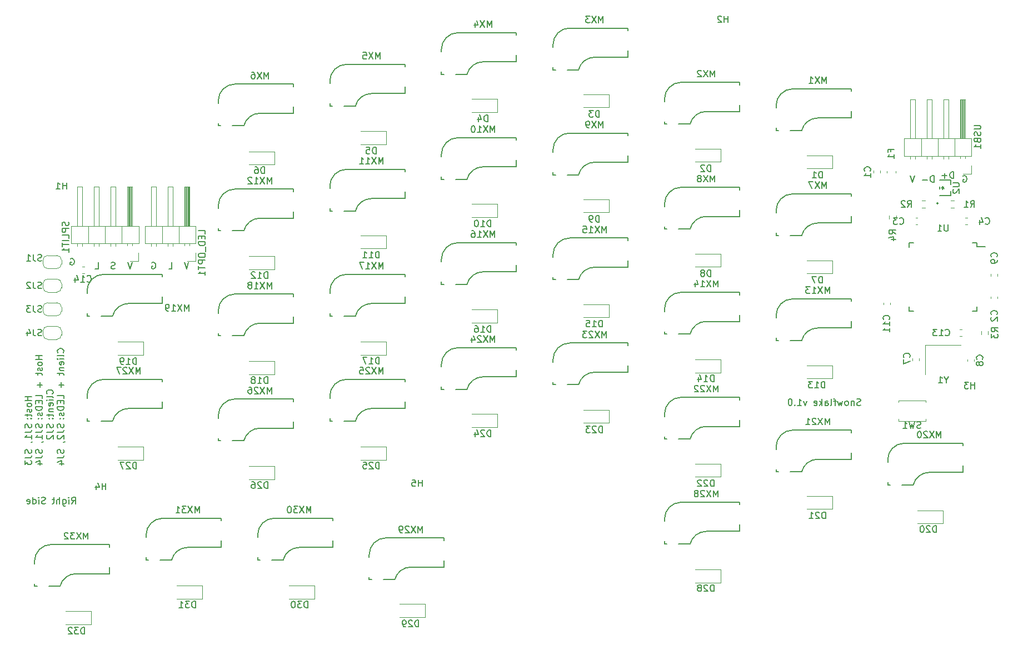
<source format=gbr>
G04 #@! TF.GenerationSoftware,KiCad,Pcbnew,5.1.7-a382d34a8~88~ubuntu18.04.1*
G04 #@! TF.CreationDate,2020-12-29T23:08:14-05:00*
G04 #@! TF.ProjectId,snowflake-right,736e6f77-666c-4616-9b65-2d7269676874,rev?*
G04 #@! TF.SameCoordinates,Original*
G04 #@! TF.FileFunction,Legend,Bot*
G04 #@! TF.FilePolarity,Positive*
%FSLAX46Y46*%
G04 Gerber Fmt 4.6, Leading zero omitted, Abs format (unit mm)*
G04 Created by KiCad (PCBNEW 5.1.7-a382d34a8~88~ubuntu18.04.1) date 2020-12-29 23:08:14*
%MOMM*%
%LPD*%
G01*
G04 APERTURE LIST*
%ADD10C,0.150000*%
%ADD11C,0.120000*%
%ADD12C,0.152400*%
G04 APERTURE END LIST*
D10*
X223938095Y-76400000D02*
X224033333Y-76352380D01*
X224176190Y-76352380D01*
X224319047Y-76400000D01*
X224414285Y-76495238D01*
X224461904Y-76590476D01*
X224509523Y-76780952D01*
X224509523Y-76923809D01*
X224461904Y-77114285D01*
X224414285Y-77209523D01*
X224319047Y-77304761D01*
X224176190Y-77352380D01*
X224080952Y-77352380D01*
X223938095Y-77304761D01*
X223890476Y-77257142D01*
X223890476Y-76923809D01*
X224080952Y-76923809D01*
X222480952Y-76752380D02*
X222480952Y-75752380D01*
X222242857Y-75752380D01*
X222100000Y-75800000D01*
X222004761Y-75895238D01*
X221957142Y-75990476D01*
X221909523Y-76180952D01*
X221909523Y-76323809D01*
X221957142Y-76514285D01*
X222004761Y-76609523D01*
X222100000Y-76704761D01*
X222242857Y-76752380D01*
X222480952Y-76752380D01*
X221480952Y-76371428D02*
X220719047Y-76371428D01*
X221100000Y-76752380D02*
X221100000Y-75990476D01*
X219480952Y-77352380D02*
X219480952Y-76352380D01*
X219242857Y-76352380D01*
X219100000Y-76400000D01*
X219004761Y-76495238D01*
X218957142Y-76590476D01*
X218909523Y-76780952D01*
X218909523Y-76923809D01*
X218957142Y-77114285D01*
X219004761Y-77209523D01*
X219100000Y-77304761D01*
X219242857Y-77352380D01*
X219480952Y-77352380D01*
X218480952Y-76971428D02*
X217719047Y-76971428D01*
X216533333Y-76352380D02*
X216200000Y-77352380D01*
X215866666Y-76352380D01*
X87938095Y-89000000D02*
X88033333Y-88952380D01*
X88176190Y-88952380D01*
X88319047Y-89000000D01*
X88414285Y-89095238D01*
X88461904Y-89190476D01*
X88509523Y-89380952D01*
X88509523Y-89523809D01*
X88461904Y-89714285D01*
X88414285Y-89809523D01*
X88319047Y-89904761D01*
X88176190Y-89952380D01*
X88080952Y-89952380D01*
X87938095Y-89904761D01*
X87890476Y-89857142D01*
X87890476Y-89523809D01*
X88080952Y-89523809D01*
X91690476Y-90552380D02*
X92166666Y-90552380D01*
X92166666Y-89552380D01*
X94685714Y-90504761D02*
X94542857Y-90552380D01*
X94304761Y-90552380D01*
X94209523Y-90504761D01*
X94161904Y-90457142D01*
X94114285Y-90361904D01*
X94114285Y-90266666D01*
X94161904Y-90171428D01*
X94209523Y-90123809D01*
X94304761Y-90076190D01*
X94495238Y-90028571D01*
X94590476Y-89980952D01*
X94638095Y-89933333D01*
X94685714Y-89838095D01*
X94685714Y-89742857D01*
X94638095Y-89647619D01*
X94590476Y-89600000D01*
X94495238Y-89552380D01*
X94257142Y-89552380D01*
X94114285Y-89600000D01*
X97333333Y-89552380D02*
X97000000Y-90552380D01*
X96666666Y-89552380D01*
X105933333Y-89552380D02*
X105600000Y-90552380D01*
X105266666Y-89552380D01*
X102890476Y-90552380D02*
X103366666Y-90552380D01*
X103366666Y-89552380D01*
X100338095Y-89600000D02*
X100433333Y-89552380D01*
X100576190Y-89552380D01*
X100719047Y-89600000D01*
X100814285Y-89695238D01*
X100861904Y-89790476D01*
X100909523Y-89980952D01*
X100909523Y-90123809D01*
X100861904Y-90314285D01*
X100814285Y-90409523D01*
X100719047Y-90504761D01*
X100576190Y-90552380D01*
X100480952Y-90552380D01*
X100338095Y-90504761D01*
X100290476Y-90457142D01*
X100290476Y-90123809D01*
X100480952Y-90123809D01*
X208300000Y-111304761D02*
X208157142Y-111352380D01*
X207919047Y-111352380D01*
X207823809Y-111304761D01*
X207776190Y-111257142D01*
X207728571Y-111161904D01*
X207728571Y-111066666D01*
X207776190Y-110971428D01*
X207823809Y-110923809D01*
X207919047Y-110876190D01*
X208109523Y-110828571D01*
X208204761Y-110780952D01*
X208252380Y-110733333D01*
X208300000Y-110638095D01*
X208300000Y-110542857D01*
X208252380Y-110447619D01*
X208204761Y-110400000D01*
X208109523Y-110352380D01*
X207871428Y-110352380D01*
X207728571Y-110400000D01*
X207300000Y-110685714D02*
X207300000Y-111352380D01*
X207300000Y-110780952D02*
X207252380Y-110733333D01*
X207157142Y-110685714D01*
X207014285Y-110685714D01*
X206919047Y-110733333D01*
X206871428Y-110828571D01*
X206871428Y-111352380D01*
X206252380Y-111352380D02*
X206347619Y-111304761D01*
X206395238Y-111257142D01*
X206442857Y-111161904D01*
X206442857Y-110876190D01*
X206395238Y-110780952D01*
X206347619Y-110733333D01*
X206252380Y-110685714D01*
X206109523Y-110685714D01*
X206014285Y-110733333D01*
X205966666Y-110780952D01*
X205919047Y-110876190D01*
X205919047Y-111161904D01*
X205966666Y-111257142D01*
X206014285Y-111304761D01*
X206109523Y-111352380D01*
X206252380Y-111352380D01*
X205585714Y-110685714D02*
X205395238Y-111352380D01*
X205204761Y-110876190D01*
X205014285Y-111352380D01*
X204823809Y-110685714D01*
X204585714Y-110685714D02*
X204204761Y-110685714D01*
X204442857Y-111352380D02*
X204442857Y-110495238D01*
X204395238Y-110400000D01*
X204300000Y-110352380D01*
X204204761Y-110352380D01*
X203728571Y-111352380D02*
X203823809Y-111304761D01*
X203871428Y-111209523D01*
X203871428Y-110352380D01*
X202919047Y-111352380D02*
X202919047Y-110828571D01*
X202966666Y-110733333D01*
X203061904Y-110685714D01*
X203252380Y-110685714D01*
X203347619Y-110733333D01*
X202919047Y-111304761D02*
X203014285Y-111352380D01*
X203252380Y-111352380D01*
X203347619Y-111304761D01*
X203395238Y-111209523D01*
X203395238Y-111114285D01*
X203347619Y-111019047D01*
X203252380Y-110971428D01*
X203014285Y-110971428D01*
X202919047Y-110923809D01*
X202442857Y-111352380D02*
X202442857Y-110352380D01*
X202347619Y-110971428D02*
X202061904Y-111352380D01*
X202061904Y-110685714D02*
X202442857Y-111066666D01*
X201252380Y-111304761D02*
X201347619Y-111352380D01*
X201538095Y-111352380D01*
X201633333Y-111304761D01*
X201680952Y-111209523D01*
X201680952Y-110828571D01*
X201633333Y-110733333D01*
X201538095Y-110685714D01*
X201347619Y-110685714D01*
X201252380Y-110733333D01*
X201204761Y-110828571D01*
X201204761Y-110923809D01*
X201680952Y-111019047D01*
X200109523Y-110685714D02*
X199871428Y-111352380D01*
X199633333Y-110685714D01*
X198728571Y-111352380D02*
X199300000Y-111352380D01*
X199014285Y-111352380D02*
X199014285Y-110352380D01*
X199109523Y-110495238D01*
X199204761Y-110590476D01*
X199300000Y-110638095D01*
X198300000Y-111257142D02*
X198252380Y-111304761D01*
X198300000Y-111352380D01*
X198347619Y-111304761D01*
X198300000Y-111257142D01*
X198300000Y-111352380D01*
X197633333Y-110352380D02*
X197538095Y-110352380D01*
X197442857Y-110400000D01*
X197395238Y-110447619D01*
X197347619Y-110542857D01*
X197300000Y-110733333D01*
X197300000Y-110971428D01*
X197347619Y-111161904D01*
X197395238Y-111257142D01*
X197442857Y-111304761D01*
X197538095Y-111352380D01*
X197633333Y-111352380D01*
X197728571Y-111304761D01*
X197776190Y-111257142D01*
X197823809Y-111161904D01*
X197871428Y-110971428D01*
X197871428Y-110733333D01*
X197823809Y-110542857D01*
X197776190Y-110447619D01*
X197728571Y-110400000D01*
X197633333Y-110352380D01*
X88095238Y-126352380D02*
X88428571Y-125876190D01*
X88666666Y-126352380D02*
X88666666Y-125352380D01*
X88285714Y-125352380D01*
X88190476Y-125400000D01*
X88142857Y-125447619D01*
X88095238Y-125542857D01*
X88095238Y-125685714D01*
X88142857Y-125780952D01*
X88190476Y-125828571D01*
X88285714Y-125876190D01*
X88666666Y-125876190D01*
X87666666Y-126352380D02*
X87666666Y-125685714D01*
X87666666Y-125352380D02*
X87714285Y-125400000D01*
X87666666Y-125447619D01*
X87619047Y-125400000D01*
X87666666Y-125352380D01*
X87666666Y-125447619D01*
X86761904Y-125685714D02*
X86761904Y-126495238D01*
X86809523Y-126590476D01*
X86857142Y-126638095D01*
X86952380Y-126685714D01*
X87095238Y-126685714D01*
X87190476Y-126638095D01*
X86761904Y-126304761D02*
X86857142Y-126352380D01*
X87047619Y-126352380D01*
X87142857Y-126304761D01*
X87190476Y-126257142D01*
X87238095Y-126161904D01*
X87238095Y-125876190D01*
X87190476Y-125780952D01*
X87142857Y-125733333D01*
X87047619Y-125685714D01*
X86857142Y-125685714D01*
X86761904Y-125733333D01*
X86285714Y-126352380D02*
X86285714Y-125352380D01*
X85857142Y-126352380D02*
X85857142Y-125828571D01*
X85904761Y-125733333D01*
X86000000Y-125685714D01*
X86142857Y-125685714D01*
X86238095Y-125733333D01*
X86285714Y-125780952D01*
X85523809Y-125685714D02*
X85142857Y-125685714D01*
X85380952Y-125352380D02*
X85380952Y-126209523D01*
X85333333Y-126304761D01*
X85238095Y-126352380D01*
X85142857Y-126352380D01*
X84095238Y-126304761D02*
X83952380Y-126352380D01*
X83714285Y-126352380D01*
X83619047Y-126304761D01*
X83571428Y-126257142D01*
X83523809Y-126161904D01*
X83523809Y-126066666D01*
X83571428Y-125971428D01*
X83619047Y-125923809D01*
X83714285Y-125876190D01*
X83904761Y-125828571D01*
X84000000Y-125780952D01*
X84047619Y-125733333D01*
X84095238Y-125638095D01*
X84095238Y-125542857D01*
X84047619Y-125447619D01*
X84000000Y-125400000D01*
X83904761Y-125352380D01*
X83666666Y-125352380D01*
X83523809Y-125400000D01*
X83095238Y-126352380D02*
X83095238Y-125685714D01*
X83095238Y-125352380D02*
X83142857Y-125400000D01*
X83095238Y-125447619D01*
X83047619Y-125400000D01*
X83095238Y-125352380D01*
X83095238Y-125447619D01*
X82190476Y-126352380D02*
X82190476Y-125352380D01*
X82190476Y-126304761D02*
X82285714Y-126352380D01*
X82476190Y-126352380D01*
X82571428Y-126304761D01*
X82619047Y-126257142D01*
X82666666Y-126161904D01*
X82666666Y-125876190D01*
X82619047Y-125780952D01*
X82571428Y-125733333D01*
X82476190Y-125685714D01*
X82285714Y-125685714D01*
X82190476Y-125733333D01*
X81333333Y-126304761D02*
X81428571Y-126352380D01*
X81619047Y-126352380D01*
X81714285Y-126304761D01*
X81761904Y-126209523D01*
X81761904Y-125828571D01*
X81714285Y-125733333D01*
X81619047Y-125685714D01*
X81428571Y-125685714D01*
X81333333Y-125733333D01*
X81285714Y-125828571D01*
X81285714Y-125923809D01*
X81761904Y-126019047D01*
X81929761Y-114187976D02*
X81977380Y-114330833D01*
X81977380Y-114568928D01*
X81929761Y-114664166D01*
X81882142Y-114711785D01*
X81786904Y-114759404D01*
X81691666Y-114759404D01*
X81596428Y-114711785D01*
X81548809Y-114664166D01*
X81501190Y-114568928D01*
X81453571Y-114378452D01*
X81405952Y-114283214D01*
X81358333Y-114235595D01*
X81263095Y-114187976D01*
X81167857Y-114187976D01*
X81072619Y-114235595D01*
X81025000Y-114283214D01*
X80977380Y-114378452D01*
X80977380Y-114616547D01*
X81025000Y-114759404D01*
X80977380Y-115473690D02*
X81691666Y-115473690D01*
X81834523Y-115426071D01*
X81929761Y-115330833D01*
X81977380Y-115187976D01*
X81977380Y-115092738D01*
X81977380Y-116473690D02*
X81977380Y-115902261D01*
X81977380Y-116187976D02*
X80977380Y-116187976D01*
X81120238Y-116092738D01*
X81215476Y-115997500D01*
X81263095Y-115902261D01*
X81929761Y-116949880D02*
X81977380Y-116949880D01*
X82072619Y-116902261D01*
X82120238Y-116854642D01*
X81929761Y-118092738D02*
X81977380Y-118235595D01*
X81977380Y-118473690D01*
X81929761Y-118568928D01*
X81882142Y-118616547D01*
X81786904Y-118664166D01*
X81691666Y-118664166D01*
X81596428Y-118616547D01*
X81548809Y-118568928D01*
X81501190Y-118473690D01*
X81453571Y-118283214D01*
X81405952Y-118187976D01*
X81358333Y-118140357D01*
X81263095Y-118092738D01*
X81167857Y-118092738D01*
X81072619Y-118140357D01*
X81025000Y-118187976D01*
X80977380Y-118283214D01*
X80977380Y-118521309D01*
X81025000Y-118664166D01*
X80977380Y-119378452D02*
X81691666Y-119378452D01*
X81834523Y-119330833D01*
X81929761Y-119235595D01*
X81977380Y-119092738D01*
X81977380Y-118997500D01*
X80977380Y-119759404D02*
X80977380Y-120378452D01*
X81358333Y-120045119D01*
X81358333Y-120187976D01*
X81405952Y-120283214D01*
X81453571Y-120330833D01*
X81548809Y-120378452D01*
X81786904Y-120378452D01*
X81882142Y-120330833D01*
X81929761Y-120283214D01*
X81977380Y-120187976D01*
X81977380Y-119902261D01*
X81929761Y-119807023D01*
X81882142Y-119759404D01*
X83579761Y-114187976D02*
X83627380Y-114330833D01*
X83627380Y-114568928D01*
X83579761Y-114664166D01*
X83532142Y-114711785D01*
X83436904Y-114759404D01*
X83341666Y-114759404D01*
X83246428Y-114711785D01*
X83198809Y-114664166D01*
X83151190Y-114568928D01*
X83103571Y-114378452D01*
X83055952Y-114283214D01*
X83008333Y-114235595D01*
X82913095Y-114187976D01*
X82817857Y-114187976D01*
X82722619Y-114235595D01*
X82675000Y-114283214D01*
X82627380Y-114378452D01*
X82627380Y-114616547D01*
X82675000Y-114759404D01*
X82627380Y-115473690D02*
X83341666Y-115473690D01*
X83484523Y-115426071D01*
X83579761Y-115330833D01*
X83627380Y-115187976D01*
X83627380Y-115092738D01*
X83627380Y-116473690D02*
X83627380Y-115902261D01*
X83627380Y-116187976D02*
X82627380Y-116187976D01*
X82770238Y-116092738D01*
X82865476Y-115997500D01*
X82913095Y-115902261D01*
X83579761Y-116949880D02*
X83627380Y-116949880D01*
X83722619Y-116902261D01*
X83770238Y-116854642D01*
X83579761Y-118092738D02*
X83627380Y-118235595D01*
X83627380Y-118473690D01*
X83579761Y-118568928D01*
X83532142Y-118616547D01*
X83436904Y-118664166D01*
X83341666Y-118664166D01*
X83246428Y-118616547D01*
X83198809Y-118568928D01*
X83151190Y-118473690D01*
X83103571Y-118283214D01*
X83055952Y-118187976D01*
X83008333Y-118140357D01*
X82913095Y-118092738D01*
X82817857Y-118092738D01*
X82722619Y-118140357D01*
X82675000Y-118187976D01*
X82627380Y-118283214D01*
X82627380Y-118521309D01*
X82675000Y-118664166D01*
X82627380Y-119378452D02*
X83341666Y-119378452D01*
X83484523Y-119330833D01*
X83579761Y-119235595D01*
X83627380Y-119092738D01*
X83627380Y-118997500D01*
X82960714Y-120283214D02*
X83627380Y-120283214D01*
X82579761Y-120045119D02*
X83294047Y-119807023D01*
X83294047Y-120426071D01*
X85229761Y-114187976D02*
X85277380Y-114330833D01*
X85277380Y-114568928D01*
X85229761Y-114664166D01*
X85182142Y-114711785D01*
X85086904Y-114759404D01*
X84991666Y-114759404D01*
X84896428Y-114711785D01*
X84848809Y-114664166D01*
X84801190Y-114568928D01*
X84753571Y-114378452D01*
X84705952Y-114283214D01*
X84658333Y-114235595D01*
X84563095Y-114187976D01*
X84467857Y-114187976D01*
X84372619Y-114235595D01*
X84325000Y-114283214D01*
X84277380Y-114378452D01*
X84277380Y-114616547D01*
X84325000Y-114759404D01*
X84277380Y-115473690D02*
X84991666Y-115473690D01*
X85134523Y-115426071D01*
X85229761Y-115330833D01*
X85277380Y-115187976D01*
X85277380Y-115092738D01*
X84372619Y-115902261D02*
X84325000Y-115949880D01*
X84277380Y-116045119D01*
X84277380Y-116283214D01*
X84325000Y-116378452D01*
X84372619Y-116426071D01*
X84467857Y-116473690D01*
X84563095Y-116473690D01*
X84705952Y-116426071D01*
X85277380Y-115854642D01*
X85277380Y-116473690D01*
X86879761Y-114187976D02*
X86927380Y-114330833D01*
X86927380Y-114568928D01*
X86879761Y-114664166D01*
X86832142Y-114711785D01*
X86736904Y-114759404D01*
X86641666Y-114759404D01*
X86546428Y-114711785D01*
X86498809Y-114664166D01*
X86451190Y-114568928D01*
X86403571Y-114378452D01*
X86355952Y-114283214D01*
X86308333Y-114235595D01*
X86213095Y-114187976D01*
X86117857Y-114187976D01*
X86022619Y-114235595D01*
X85975000Y-114283214D01*
X85927380Y-114378452D01*
X85927380Y-114616547D01*
X85975000Y-114759404D01*
X85927380Y-115473690D02*
X86641666Y-115473690D01*
X86784523Y-115426071D01*
X86879761Y-115330833D01*
X86927380Y-115187976D01*
X86927380Y-115092738D01*
X86022619Y-115902261D02*
X85975000Y-115949880D01*
X85927380Y-116045119D01*
X85927380Y-116283214D01*
X85975000Y-116378452D01*
X86022619Y-116426071D01*
X86117857Y-116473690D01*
X86213095Y-116473690D01*
X86355952Y-116426071D01*
X86927380Y-115854642D01*
X86927380Y-116473690D01*
X86879761Y-116949880D02*
X86927380Y-116949880D01*
X87022619Y-116902261D01*
X87070238Y-116854642D01*
X86879761Y-118092738D02*
X86927380Y-118235595D01*
X86927380Y-118473690D01*
X86879761Y-118568928D01*
X86832142Y-118616547D01*
X86736904Y-118664166D01*
X86641666Y-118664166D01*
X86546428Y-118616547D01*
X86498809Y-118568928D01*
X86451190Y-118473690D01*
X86403571Y-118283214D01*
X86355952Y-118187976D01*
X86308333Y-118140357D01*
X86213095Y-118092738D01*
X86117857Y-118092738D01*
X86022619Y-118140357D01*
X85975000Y-118187976D01*
X85927380Y-118283214D01*
X85927380Y-118521309D01*
X85975000Y-118664166D01*
X85927380Y-119378452D02*
X86641666Y-119378452D01*
X86784523Y-119330833D01*
X86879761Y-119235595D01*
X86927380Y-119092738D01*
X86927380Y-118997500D01*
X86260714Y-120283214D02*
X86927380Y-120283214D01*
X85879761Y-120045119D02*
X86594047Y-119807023D01*
X86594047Y-120426071D01*
X81977380Y-110031071D02*
X80977380Y-110031071D01*
X81453571Y-110031071D02*
X81453571Y-110602500D01*
X81977380Y-110602500D02*
X80977380Y-110602500D01*
X81977380Y-111221547D02*
X81929761Y-111126309D01*
X81882142Y-111078690D01*
X81786904Y-111031071D01*
X81501190Y-111031071D01*
X81405952Y-111078690D01*
X81358333Y-111126309D01*
X81310714Y-111221547D01*
X81310714Y-111364404D01*
X81358333Y-111459642D01*
X81405952Y-111507261D01*
X81501190Y-111554880D01*
X81786904Y-111554880D01*
X81882142Y-111507261D01*
X81929761Y-111459642D01*
X81977380Y-111364404D01*
X81977380Y-111221547D01*
X81929761Y-111935833D02*
X81977380Y-112031071D01*
X81977380Y-112221547D01*
X81929761Y-112316785D01*
X81834523Y-112364404D01*
X81786904Y-112364404D01*
X81691666Y-112316785D01*
X81644047Y-112221547D01*
X81644047Y-112078690D01*
X81596428Y-111983452D01*
X81501190Y-111935833D01*
X81453571Y-111935833D01*
X81358333Y-111983452D01*
X81310714Y-112078690D01*
X81310714Y-112221547D01*
X81358333Y-112316785D01*
X81310714Y-112650119D02*
X81310714Y-113031071D01*
X80977380Y-112792976D02*
X81834523Y-112792976D01*
X81929761Y-112840595D01*
X81977380Y-112935833D01*
X81977380Y-113031071D01*
X81882142Y-113364404D02*
X81929761Y-113412023D01*
X81977380Y-113364404D01*
X81929761Y-113316785D01*
X81882142Y-113364404D01*
X81977380Y-113364404D01*
X81358333Y-113364404D02*
X81405952Y-113412023D01*
X81453571Y-113364404D01*
X81405952Y-113316785D01*
X81358333Y-113364404D01*
X81453571Y-113364404D01*
X83627380Y-103745357D02*
X82627380Y-103745357D01*
X83103571Y-103745357D02*
X83103571Y-104316785D01*
X83627380Y-104316785D02*
X82627380Y-104316785D01*
X83627380Y-104935833D02*
X83579761Y-104840595D01*
X83532142Y-104792976D01*
X83436904Y-104745357D01*
X83151190Y-104745357D01*
X83055952Y-104792976D01*
X83008333Y-104840595D01*
X82960714Y-104935833D01*
X82960714Y-105078690D01*
X83008333Y-105173928D01*
X83055952Y-105221547D01*
X83151190Y-105269166D01*
X83436904Y-105269166D01*
X83532142Y-105221547D01*
X83579761Y-105173928D01*
X83627380Y-105078690D01*
X83627380Y-104935833D01*
X83579761Y-105650119D02*
X83627380Y-105745357D01*
X83627380Y-105935833D01*
X83579761Y-106031071D01*
X83484523Y-106078690D01*
X83436904Y-106078690D01*
X83341666Y-106031071D01*
X83294047Y-105935833D01*
X83294047Y-105792976D01*
X83246428Y-105697738D01*
X83151190Y-105650119D01*
X83103571Y-105650119D01*
X83008333Y-105697738D01*
X82960714Y-105792976D01*
X82960714Y-105935833D01*
X83008333Y-106031071D01*
X82960714Y-106364404D02*
X82960714Y-106745357D01*
X82627380Y-106507261D02*
X83484523Y-106507261D01*
X83579761Y-106554880D01*
X83627380Y-106650119D01*
X83627380Y-106745357D01*
X83246428Y-107840595D02*
X83246428Y-108602500D01*
X83627380Y-108221547D02*
X82865476Y-108221547D01*
X83627380Y-110316785D02*
X83627380Y-109840595D01*
X82627380Y-109840595D01*
X83103571Y-110650119D02*
X83103571Y-110983452D01*
X83627380Y-111126309D02*
X83627380Y-110650119D01*
X82627380Y-110650119D01*
X82627380Y-111126309D01*
X83627380Y-111554880D02*
X82627380Y-111554880D01*
X82627380Y-111792976D01*
X82675000Y-111935833D01*
X82770238Y-112031071D01*
X82865476Y-112078690D01*
X83055952Y-112126309D01*
X83198809Y-112126309D01*
X83389285Y-112078690D01*
X83484523Y-112031071D01*
X83579761Y-111935833D01*
X83627380Y-111792976D01*
X83627380Y-111554880D01*
X83579761Y-112507261D02*
X83627380Y-112602500D01*
X83627380Y-112792976D01*
X83579761Y-112888214D01*
X83484523Y-112935833D01*
X83436904Y-112935833D01*
X83341666Y-112888214D01*
X83294047Y-112792976D01*
X83294047Y-112650119D01*
X83246428Y-112554880D01*
X83151190Y-112507261D01*
X83103571Y-112507261D01*
X83008333Y-112554880D01*
X82960714Y-112650119D01*
X82960714Y-112792976D01*
X83008333Y-112888214D01*
X83532142Y-113364404D02*
X83579761Y-113412023D01*
X83627380Y-113364404D01*
X83579761Y-113316785D01*
X83532142Y-113364404D01*
X83627380Y-113364404D01*
X83008333Y-113364404D02*
X83055952Y-113412023D01*
X83103571Y-113364404D01*
X83055952Y-113316785D01*
X83008333Y-113364404D01*
X83103571Y-113364404D01*
X85182142Y-109602500D02*
X85229761Y-109554880D01*
X85277380Y-109412023D01*
X85277380Y-109316785D01*
X85229761Y-109173928D01*
X85134523Y-109078690D01*
X85039285Y-109031071D01*
X84848809Y-108983452D01*
X84705952Y-108983452D01*
X84515476Y-109031071D01*
X84420238Y-109078690D01*
X84325000Y-109173928D01*
X84277380Y-109316785D01*
X84277380Y-109412023D01*
X84325000Y-109554880D01*
X84372619Y-109602500D01*
X85277380Y-110173928D02*
X85229761Y-110078690D01*
X85134523Y-110031071D01*
X84277380Y-110031071D01*
X85277380Y-110554880D02*
X84610714Y-110554880D01*
X84277380Y-110554880D02*
X84325000Y-110507261D01*
X84372619Y-110554880D01*
X84325000Y-110602500D01*
X84277380Y-110554880D01*
X84372619Y-110554880D01*
X85229761Y-111412023D02*
X85277380Y-111316785D01*
X85277380Y-111126309D01*
X85229761Y-111031071D01*
X85134523Y-110983452D01*
X84753571Y-110983452D01*
X84658333Y-111031071D01*
X84610714Y-111126309D01*
X84610714Y-111316785D01*
X84658333Y-111412023D01*
X84753571Y-111459642D01*
X84848809Y-111459642D01*
X84944047Y-110983452D01*
X84610714Y-111888214D02*
X85277380Y-111888214D01*
X84705952Y-111888214D02*
X84658333Y-111935833D01*
X84610714Y-112031071D01*
X84610714Y-112173928D01*
X84658333Y-112269166D01*
X84753571Y-112316785D01*
X85277380Y-112316785D01*
X84610714Y-112650119D02*
X84610714Y-113031071D01*
X84277380Y-112792976D02*
X85134523Y-112792976D01*
X85229761Y-112840595D01*
X85277380Y-112935833D01*
X85277380Y-113031071D01*
X85182142Y-113364404D02*
X85229761Y-113412023D01*
X85277380Y-113364404D01*
X85229761Y-113316785D01*
X85182142Y-113364404D01*
X85277380Y-113364404D01*
X84658333Y-113364404D02*
X84705952Y-113412023D01*
X84753571Y-113364404D01*
X84705952Y-113316785D01*
X84658333Y-113364404D01*
X84753571Y-113364404D01*
X86832142Y-103316785D02*
X86879761Y-103269166D01*
X86927380Y-103126309D01*
X86927380Y-103031071D01*
X86879761Y-102888214D01*
X86784523Y-102792976D01*
X86689285Y-102745357D01*
X86498809Y-102697738D01*
X86355952Y-102697738D01*
X86165476Y-102745357D01*
X86070238Y-102792976D01*
X85975000Y-102888214D01*
X85927380Y-103031071D01*
X85927380Y-103126309D01*
X85975000Y-103269166D01*
X86022619Y-103316785D01*
X86927380Y-103888214D02*
X86879761Y-103792976D01*
X86784523Y-103745357D01*
X85927380Y-103745357D01*
X86927380Y-104269166D02*
X86260714Y-104269166D01*
X85927380Y-104269166D02*
X85975000Y-104221547D01*
X86022619Y-104269166D01*
X85975000Y-104316785D01*
X85927380Y-104269166D01*
X86022619Y-104269166D01*
X86879761Y-105126309D02*
X86927380Y-105031071D01*
X86927380Y-104840595D01*
X86879761Y-104745357D01*
X86784523Y-104697738D01*
X86403571Y-104697738D01*
X86308333Y-104745357D01*
X86260714Y-104840595D01*
X86260714Y-105031071D01*
X86308333Y-105126309D01*
X86403571Y-105173928D01*
X86498809Y-105173928D01*
X86594047Y-104697738D01*
X86260714Y-105602500D02*
X86927380Y-105602500D01*
X86355952Y-105602500D02*
X86308333Y-105650119D01*
X86260714Y-105745357D01*
X86260714Y-105888214D01*
X86308333Y-105983452D01*
X86403571Y-106031071D01*
X86927380Y-106031071D01*
X86260714Y-106364404D02*
X86260714Y-106745357D01*
X85927380Y-106507261D02*
X86784523Y-106507261D01*
X86879761Y-106554880D01*
X86927380Y-106650119D01*
X86927380Y-106745357D01*
X86546428Y-107840595D02*
X86546428Y-108602500D01*
X86927380Y-108221547D02*
X86165476Y-108221547D01*
X86927380Y-110316785D02*
X86927380Y-109840595D01*
X85927380Y-109840595D01*
X86403571Y-110650119D02*
X86403571Y-110983452D01*
X86927380Y-111126309D02*
X86927380Y-110650119D01*
X85927380Y-110650119D01*
X85927380Y-111126309D01*
X86927380Y-111554880D02*
X85927380Y-111554880D01*
X85927380Y-111792976D01*
X85975000Y-111935833D01*
X86070238Y-112031071D01*
X86165476Y-112078690D01*
X86355952Y-112126309D01*
X86498809Y-112126309D01*
X86689285Y-112078690D01*
X86784523Y-112031071D01*
X86879761Y-111935833D01*
X86927380Y-111792976D01*
X86927380Y-111554880D01*
X86879761Y-112507261D02*
X86927380Y-112602500D01*
X86927380Y-112792976D01*
X86879761Y-112888214D01*
X86784523Y-112935833D01*
X86736904Y-112935833D01*
X86641666Y-112888214D01*
X86594047Y-112792976D01*
X86594047Y-112650119D01*
X86546428Y-112554880D01*
X86451190Y-112507261D01*
X86403571Y-112507261D01*
X86308333Y-112554880D01*
X86260714Y-112650119D01*
X86260714Y-112792976D01*
X86308333Y-112888214D01*
X86832142Y-113364404D02*
X86879761Y-113412023D01*
X86927380Y-113364404D01*
X86879761Y-113316785D01*
X86832142Y-113364404D01*
X86927380Y-113364404D01*
X86308333Y-113364404D02*
X86355952Y-113412023D01*
X86403571Y-113364404D01*
X86355952Y-113316785D01*
X86308333Y-113364404D01*
X86403571Y-113364404D01*
D11*
X86550000Y-100600000D02*
X86550000Y-100000000D01*
X84450000Y-101300000D02*
X85850000Y-101300000D01*
X83750000Y-100000000D02*
X83750000Y-100600000D01*
X85850000Y-99300000D02*
X84450000Y-99300000D01*
X86550000Y-100000000D02*
G75*
G03*
X85850000Y-99300000I-700000J0D01*
G01*
X85850000Y-101300000D02*
G75*
G03*
X86550000Y-100600000I0J700000D01*
G01*
X83750000Y-100600000D02*
G75*
G03*
X84450000Y-101300000I700000J0D01*
G01*
X84450000Y-99300000D02*
G75*
G03*
X83750000Y-100000000I0J-700000D01*
G01*
X83750000Y-96400000D02*
X83750000Y-97000000D01*
X85850000Y-95700000D02*
X84450000Y-95700000D01*
X86550000Y-97000000D02*
X86550000Y-96400000D01*
X84450000Y-97700000D02*
X85850000Y-97700000D01*
X83750000Y-97000000D02*
G75*
G03*
X84450000Y-97700000I700000J0D01*
G01*
X84450000Y-95700000D02*
G75*
G03*
X83750000Y-96400000I0J-700000D01*
G01*
X86550000Y-96400000D02*
G75*
G03*
X85850000Y-95700000I-700000J0D01*
G01*
X85850000Y-97700000D02*
G75*
G03*
X86550000Y-97000000I0J700000D01*
G01*
X83750000Y-92800000D02*
X83750000Y-93400000D01*
X85850000Y-92100000D02*
X84450000Y-92100000D01*
X86550000Y-93400000D02*
X86550000Y-92800000D01*
X84450000Y-94100000D02*
X85850000Y-94100000D01*
X83750000Y-93400000D02*
G75*
G03*
X84450000Y-94100000I700000J0D01*
G01*
X84450000Y-92100000D02*
G75*
G03*
X83750000Y-92800000I0J-700000D01*
G01*
X86550000Y-92800000D02*
G75*
G03*
X85850000Y-92100000I-700000J0D01*
G01*
X85850000Y-94100000D02*
G75*
G03*
X86550000Y-93400000I0J700000D01*
G01*
X86550000Y-89800000D02*
X86550000Y-89200000D01*
X84450000Y-90500000D02*
X85850000Y-90500000D01*
X83750000Y-89200000D02*
X83750000Y-89800000D01*
X85850000Y-88500000D02*
X84450000Y-88500000D01*
X86550000Y-89200000D02*
G75*
G03*
X85850000Y-88500000I-700000J0D01*
G01*
X85850000Y-90500000D02*
G75*
G03*
X86550000Y-89800000I0J700000D01*
G01*
X83750000Y-89800000D02*
G75*
G03*
X84450000Y-90500000I700000J0D01*
G01*
X84450000Y-88500000D02*
G75*
G03*
X83750000Y-89200000I0J-700000D01*
G01*
X90046267Y-90190000D02*
X89753733Y-90190000D01*
X90046267Y-91210000D02*
X89753733Y-91210000D01*
X214080000Y-113720000D02*
X218220000Y-113720000D01*
X218220000Y-110880000D02*
X218220000Y-110580000D01*
X218220000Y-110580000D02*
X214080000Y-110580000D01*
X214080000Y-113420000D02*
X214080000Y-113720000D01*
X214080000Y-110580000D02*
X214080000Y-110880000D01*
X218220000Y-113720000D02*
X218220000Y-113420000D01*
D12*
X220374500Y-78339459D02*
X220374500Y-78060541D01*
X220374500Y-76993500D02*
X222025500Y-76993500D01*
X222025500Y-76993500D02*
X222025500Y-77689460D01*
X222025500Y-79406500D02*
X220374500Y-79406500D01*
X222025500Y-78710540D02*
X222025500Y-79406500D01*
X220133200Y-80549500D02*
G75*
G03*
X220133200Y-80549500I-127000J0D01*
G01*
D11*
X218180000Y-102170000D02*
X223580000Y-102170000D01*
X218180000Y-106670000D02*
X218180000Y-102170000D01*
D10*
X226055000Y-87190000D02*
X227330000Y-87190000D01*
X215705000Y-86615000D02*
X216380000Y-86615000D01*
X215705000Y-96965000D02*
X216380000Y-96965000D01*
X226055000Y-96965000D02*
X225380000Y-96965000D01*
X226055000Y-86615000D02*
X225380000Y-86615000D01*
X226055000Y-96965000D02*
X226055000Y-96290000D01*
X215705000Y-96965000D02*
X215705000Y-96290000D01*
X215705000Y-86615000D02*
X215705000Y-87290000D01*
X226055000Y-86615000D02*
X226055000Y-87190000D01*
D11*
X213722500Y-82445276D02*
X213722500Y-82954724D01*
X212677500Y-82445276D02*
X212677500Y-82954724D01*
X226677500Y-100045276D02*
X226677500Y-100554724D01*
X227722500Y-100045276D02*
X227722500Y-100554724D01*
X217645276Y-80177500D02*
X218154724Y-80177500D01*
X217645276Y-81222500D02*
X218154724Y-81222500D01*
X222554724Y-81222500D02*
X222045276Y-81222500D01*
X222554724Y-80177500D02*
X222045276Y-80177500D01*
D10*
X82450000Y-138524000D02*
X82450000Y-138905000D01*
X93880000Y-135984000D02*
X93880000Y-137000000D01*
X93880000Y-137000000D02*
X88800000Y-137000000D01*
X86335838Y-138905000D02*
X84609000Y-138905000D01*
X82831000Y-138905000D02*
X82450000Y-138905000D01*
X82450000Y-135095000D02*
X82450000Y-135476000D01*
X84990000Y-132555000D02*
X93880000Y-132555000D01*
X93880000Y-132555000D02*
X93880000Y-132936000D01*
X82450000Y-135095000D02*
G75*
G02*
X84990000Y-132555000I2540000J0D01*
G01*
X86335838Y-138923960D02*
G75*
G02*
X88800000Y-137000000I2464162J-616040D01*
G01*
X99450000Y-134524000D02*
X99450000Y-134905000D01*
X110880000Y-131984000D02*
X110880000Y-133000000D01*
X110880000Y-133000000D02*
X105800000Y-133000000D01*
X103335838Y-134905000D02*
X101609000Y-134905000D01*
X99831000Y-134905000D02*
X99450000Y-134905000D01*
X99450000Y-131095000D02*
X99450000Y-131476000D01*
X101990000Y-128555000D02*
X110880000Y-128555000D01*
X110880000Y-128555000D02*
X110880000Y-128936000D01*
X99450000Y-131095000D02*
G75*
G02*
X101990000Y-128555000I2540000J0D01*
G01*
X103335838Y-134923960D02*
G75*
G02*
X105800000Y-133000000I2464162J-616040D01*
G01*
X116450000Y-134524000D02*
X116450000Y-134905000D01*
X127880000Y-131984000D02*
X127880000Y-133000000D01*
X127880000Y-133000000D02*
X122800000Y-133000000D01*
X120335838Y-134905000D02*
X118609000Y-134905000D01*
X116831000Y-134905000D02*
X116450000Y-134905000D01*
X116450000Y-131095000D02*
X116450000Y-131476000D01*
X118990000Y-128555000D02*
X127880000Y-128555000D01*
X127880000Y-128555000D02*
X127880000Y-128936000D01*
X116450000Y-131095000D02*
G75*
G02*
X118990000Y-128555000I2540000J0D01*
G01*
X120335838Y-134923960D02*
G75*
G02*
X122800000Y-133000000I2464162J-616040D01*
G01*
X133450000Y-137524000D02*
X133450000Y-137905000D01*
X144880000Y-134984000D02*
X144880000Y-136000000D01*
X144880000Y-136000000D02*
X139800000Y-136000000D01*
X137335838Y-137905000D02*
X135609000Y-137905000D01*
X133831000Y-137905000D02*
X133450000Y-137905000D01*
X133450000Y-134095000D02*
X133450000Y-134476000D01*
X135990000Y-131555000D02*
X144880000Y-131555000D01*
X144880000Y-131555000D02*
X144880000Y-131936000D01*
X133450000Y-134095000D02*
G75*
G02*
X135990000Y-131555000I2540000J0D01*
G01*
X137335838Y-137923960D02*
G75*
G02*
X139800000Y-136000000I2464162J-616040D01*
G01*
X178450000Y-132084000D02*
X178450000Y-132465000D01*
X189880000Y-129544000D02*
X189880000Y-130560000D01*
X189880000Y-130560000D02*
X184800000Y-130560000D01*
X182335838Y-132465000D02*
X180609000Y-132465000D01*
X178831000Y-132465000D02*
X178450000Y-132465000D01*
X178450000Y-128655000D02*
X178450000Y-129036000D01*
X180990000Y-126115000D02*
X189880000Y-126115000D01*
X189880000Y-126115000D02*
X189880000Y-126496000D01*
X178450000Y-128655000D02*
G75*
G02*
X180990000Y-126115000I2540000J0D01*
G01*
X182335838Y-132483960D02*
G75*
G02*
X184800000Y-130560000I2464162J-616040D01*
G01*
X90450000Y-113354000D02*
X90450000Y-113735000D01*
X101880000Y-110814000D02*
X101880000Y-111830000D01*
X101880000Y-111830000D02*
X96800000Y-111830000D01*
X94335838Y-113735000D02*
X92609000Y-113735000D01*
X90831000Y-113735000D02*
X90450000Y-113735000D01*
X90450000Y-109925000D02*
X90450000Y-110306000D01*
X92990000Y-107385000D02*
X101880000Y-107385000D01*
X101880000Y-107385000D02*
X101880000Y-107766000D01*
X90450000Y-109925000D02*
G75*
G02*
X92990000Y-107385000I2540000J0D01*
G01*
X94335838Y-113753960D02*
G75*
G02*
X96800000Y-111830000I2464162J-616040D01*
G01*
X110450000Y-116354000D02*
X110450000Y-116735000D01*
X121880000Y-113814000D02*
X121880000Y-114830000D01*
X121880000Y-114830000D02*
X116800000Y-114830000D01*
X114335838Y-116735000D02*
X112609000Y-116735000D01*
X110831000Y-116735000D02*
X110450000Y-116735000D01*
X110450000Y-112925000D02*
X110450000Y-113306000D01*
X112990000Y-110385000D02*
X121880000Y-110385000D01*
X121880000Y-110385000D02*
X121880000Y-110766000D01*
X110450000Y-112925000D02*
G75*
G02*
X112990000Y-110385000I2540000J0D01*
G01*
X114335838Y-116753960D02*
G75*
G02*
X116800000Y-114830000I2464162J-616040D01*
G01*
X127450000Y-113354000D02*
X127450000Y-113735000D01*
X138880000Y-110814000D02*
X138880000Y-111830000D01*
X138880000Y-111830000D02*
X133800000Y-111830000D01*
X131335838Y-113735000D02*
X129609000Y-113735000D01*
X127831000Y-113735000D02*
X127450000Y-113735000D01*
X127450000Y-109925000D02*
X127450000Y-110306000D01*
X129990000Y-107385000D02*
X138880000Y-107385000D01*
X138880000Y-107385000D02*
X138880000Y-107766000D01*
X127450000Y-109925000D02*
G75*
G02*
X129990000Y-107385000I2540000J0D01*
G01*
X131335838Y-113753960D02*
G75*
G02*
X133800000Y-111830000I2464162J-616040D01*
G01*
X144450000Y-108524000D02*
X144450000Y-108905000D01*
X155880000Y-105984000D02*
X155880000Y-107000000D01*
X155880000Y-107000000D02*
X150800000Y-107000000D01*
X148335838Y-108905000D02*
X146609000Y-108905000D01*
X144831000Y-108905000D02*
X144450000Y-108905000D01*
X144450000Y-105095000D02*
X144450000Y-105476000D01*
X146990000Y-102555000D02*
X155880000Y-102555000D01*
X155880000Y-102555000D02*
X155880000Y-102936000D01*
X144450000Y-105095000D02*
G75*
G02*
X146990000Y-102555000I2540000J0D01*
G01*
X148335838Y-108923960D02*
G75*
G02*
X150800000Y-107000000I2464162J-616040D01*
G01*
X161450000Y-107824000D02*
X161450000Y-108205000D01*
X172880000Y-105284000D02*
X172880000Y-106300000D01*
X172880000Y-106300000D02*
X167800000Y-106300000D01*
X165335838Y-108205000D02*
X163609000Y-108205000D01*
X161831000Y-108205000D02*
X161450000Y-108205000D01*
X161450000Y-104395000D02*
X161450000Y-104776000D01*
X163990000Y-101855000D02*
X172880000Y-101855000D01*
X172880000Y-101855000D02*
X172880000Y-102236000D01*
X161450000Y-104395000D02*
G75*
G02*
X163990000Y-101855000I2540000J0D01*
G01*
X165335838Y-108223960D02*
G75*
G02*
X167800000Y-106300000I2464162J-616040D01*
G01*
X178450000Y-116084000D02*
X178450000Y-116465000D01*
X189880000Y-113544000D02*
X189880000Y-114560000D01*
X189880000Y-114560000D02*
X184800000Y-114560000D01*
X182335838Y-116465000D02*
X180609000Y-116465000D01*
X178831000Y-116465000D02*
X178450000Y-116465000D01*
X178450000Y-112655000D02*
X178450000Y-113036000D01*
X180990000Y-110115000D02*
X189880000Y-110115000D01*
X189880000Y-110115000D02*
X189880000Y-110496000D01*
X178450000Y-112655000D02*
G75*
G02*
X180990000Y-110115000I2540000J0D01*
G01*
X182335838Y-116483960D02*
G75*
G02*
X184800000Y-114560000I2464162J-616040D01*
G01*
X195450000Y-121084000D02*
X195450000Y-121465000D01*
X206880000Y-118544000D02*
X206880000Y-119560000D01*
X206880000Y-119560000D02*
X201800000Y-119560000D01*
X199335838Y-121465000D02*
X197609000Y-121465000D01*
X195831000Y-121465000D02*
X195450000Y-121465000D01*
X195450000Y-117655000D02*
X195450000Y-118036000D01*
X197990000Y-115115000D02*
X206880000Y-115115000D01*
X206880000Y-115115000D02*
X206880000Y-115496000D01*
X195450000Y-117655000D02*
G75*
G02*
X197990000Y-115115000I2540000J0D01*
G01*
X199335838Y-121483960D02*
G75*
G02*
X201800000Y-119560000I2464162J-616040D01*
G01*
X212450000Y-123084000D02*
X212450000Y-123465000D01*
X223880000Y-120544000D02*
X223880000Y-121560000D01*
X223880000Y-121560000D02*
X218800000Y-121560000D01*
X216335838Y-123465000D02*
X214609000Y-123465000D01*
X212831000Y-123465000D02*
X212450000Y-123465000D01*
X212450000Y-119655000D02*
X212450000Y-120036000D01*
X214990000Y-117115000D02*
X223880000Y-117115000D01*
X223880000Y-117115000D02*
X223880000Y-117496000D01*
X212450000Y-119655000D02*
G75*
G02*
X214990000Y-117115000I2540000J0D01*
G01*
X216335838Y-123483960D02*
G75*
G02*
X218800000Y-121560000I2464162J-616040D01*
G01*
X90450000Y-97354000D02*
X90450000Y-97735000D01*
X101880000Y-94814000D02*
X101880000Y-95830000D01*
X101880000Y-95830000D02*
X96800000Y-95830000D01*
X94335838Y-97735000D02*
X92609000Y-97735000D01*
X90831000Y-97735000D02*
X90450000Y-97735000D01*
X90450000Y-93925000D02*
X90450000Y-94306000D01*
X92990000Y-91385000D02*
X101880000Y-91385000D01*
X101880000Y-91385000D02*
X101880000Y-91766000D01*
X90450000Y-93925000D02*
G75*
G02*
X92990000Y-91385000I2540000J0D01*
G01*
X94335838Y-97753960D02*
G75*
G02*
X96800000Y-95830000I2464162J-616040D01*
G01*
X110450000Y-100354000D02*
X110450000Y-100735000D01*
X121880000Y-97814000D02*
X121880000Y-98830000D01*
X121880000Y-98830000D02*
X116800000Y-98830000D01*
X114335838Y-100735000D02*
X112609000Y-100735000D01*
X110831000Y-100735000D02*
X110450000Y-100735000D01*
X110450000Y-96925000D02*
X110450000Y-97306000D01*
X112990000Y-94385000D02*
X121880000Y-94385000D01*
X121880000Y-94385000D02*
X121880000Y-94766000D01*
X110450000Y-96925000D02*
G75*
G02*
X112990000Y-94385000I2540000J0D01*
G01*
X114335838Y-100753960D02*
G75*
G02*
X116800000Y-98830000I2464162J-616040D01*
G01*
X138880000Y-91385000D02*
X138880000Y-91766000D01*
X129990000Y-91385000D02*
X138880000Y-91385000D01*
X127450000Y-93925000D02*
X127450000Y-94306000D01*
X127831000Y-97735000D02*
X127450000Y-97735000D01*
X131335838Y-97735000D02*
X129609000Y-97735000D01*
X138880000Y-95830000D02*
X133800000Y-95830000D01*
X138880000Y-94814000D02*
X138880000Y-95830000D01*
X127450000Y-97354000D02*
X127450000Y-97735000D01*
X131335838Y-97753960D02*
G75*
G02*
X133800000Y-95830000I2464162J-616040D01*
G01*
X127450000Y-93925000D02*
G75*
G02*
X129990000Y-91385000I2540000J0D01*
G01*
X144450000Y-92524000D02*
X144450000Y-92905000D01*
X155880000Y-89984000D02*
X155880000Y-91000000D01*
X155880000Y-91000000D02*
X150800000Y-91000000D01*
X148335838Y-92905000D02*
X146609000Y-92905000D01*
X144831000Y-92905000D02*
X144450000Y-92905000D01*
X144450000Y-89095000D02*
X144450000Y-89476000D01*
X146990000Y-86555000D02*
X155880000Y-86555000D01*
X155880000Y-86555000D02*
X155880000Y-86936000D01*
X144450000Y-89095000D02*
G75*
G02*
X146990000Y-86555000I2540000J0D01*
G01*
X148335838Y-92923960D02*
G75*
G02*
X150800000Y-91000000I2464162J-616040D01*
G01*
X161450000Y-91824000D02*
X161450000Y-92205000D01*
X172880000Y-89284000D02*
X172880000Y-90300000D01*
X172880000Y-90300000D02*
X167800000Y-90300000D01*
X165335838Y-92205000D02*
X163609000Y-92205000D01*
X161831000Y-92205000D02*
X161450000Y-92205000D01*
X161450000Y-88395000D02*
X161450000Y-88776000D01*
X163990000Y-85855000D02*
X172880000Y-85855000D01*
X172880000Y-85855000D02*
X172880000Y-86236000D01*
X161450000Y-88395000D02*
G75*
G02*
X163990000Y-85855000I2540000J0D01*
G01*
X165335838Y-92223960D02*
G75*
G02*
X167800000Y-90300000I2464162J-616040D01*
G01*
X178450000Y-100084000D02*
X178450000Y-100465000D01*
X189880000Y-97544000D02*
X189880000Y-98560000D01*
X189880000Y-98560000D02*
X184800000Y-98560000D01*
X182335838Y-100465000D02*
X180609000Y-100465000D01*
X178831000Y-100465000D02*
X178450000Y-100465000D01*
X178450000Y-96655000D02*
X178450000Y-97036000D01*
X180990000Y-94115000D02*
X189880000Y-94115000D01*
X189880000Y-94115000D02*
X189880000Y-94496000D01*
X178450000Y-96655000D02*
G75*
G02*
X180990000Y-94115000I2540000J0D01*
G01*
X182335838Y-100483960D02*
G75*
G02*
X184800000Y-98560000I2464162J-616040D01*
G01*
X195450000Y-101084000D02*
X195450000Y-101465000D01*
X206880000Y-98544000D02*
X206880000Y-99560000D01*
X206880000Y-99560000D02*
X201800000Y-99560000D01*
X199335838Y-101465000D02*
X197609000Y-101465000D01*
X195831000Y-101465000D02*
X195450000Y-101465000D01*
X195450000Y-97655000D02*
X195450000Y-98036000D01*
X197990000Y-95115000D02*
X206880000Y-95115000D01*
X206880000Y-95115000D02*
X206880000Y-95496000D01*
X195450000Y-97655000D02*
G75*
G02*
X197990000Y-95115000I2540000J0D01*
G01*
X199335838Y-101483960D02*
G75*
G02*
X201800000Y-99560000I2464162J-616040D01*
G01*
X110450000Y-84354000D02*
X110450000Y-84735000D01*
X121880000Y-81814000D02*
X121880000Y-82830000D01*
X121880000Y-82830000D02*
X116800000Y-82830000D01*
X114335838Y-84735000D02*
X112609000Y-84735000D01*
X110831000Y-84735000D02*
X110450000Y-84735000D01*
X110450000Y-80925000D02*
X110450000Y-81306000D01*
X112990000Y-78385000D02*
X121880000Y-78385000D01*
X121880000Y-78385000D02*
X121880000Y-78766000D01*
X110450000Y-80925000D02*
G75*
G02*
X112990000Y-78385000I2540000J0D01*
G01*
X114335838Y-84753960D02*
G75*
G02*
X116800000Y-82830000I2464162J-616040D01*
G01*
X127450000Y-81354000D02*
X127450000Y-81735000D01*
X138880000Y-78814000D02*
X138880000Y-79830000D01*
X138880000Y-79830000D02*
X133800000Y-79830000D01*
X131335838Y-81735000D02*
X129609000Y-81735000D01*
X127831000Y-81735000D02*
X127450000Y-81735000D01*
X127450000Y-77925000D02*
X127450000Y-78306000D01*
X129990000Y-75385000D02*
X138880000Y-75385000D01*
X138880000Y-75385000D02*
X138880000Y-75766000D01*
X127450000Y-77925000D02*
G75*
G02*
X129990000Y-75385000I2540000J0D01*
G01*
X131335838Y-81753960D02*
G75*
G02*
X133800000Y-79830000I2464162J-616040D01*
G01*
X144450000Y-76524000D02*
X144450000Y-76905000D01*
X155880000Y-73984000D02*
X155880000Y-75000000D01*
X155880000Y-75000000D02*
X150800000Y-75000000D01*
X148335838Y-76905000D02*
X146609000Y-76905000D01*
X144831000Y-76905000D02*
X144450000Y-76905000D01*
X144450000Y-73095000D02*
X144450000Y-73476000D01*
X146990000Y-70555000D02*
X155880000Y-70555000D01*
X155880000Y-70555000D02*
X155880000Y-70936000D01*
X144450000Y-73095000D02*
G75*
G02*
X146990000Y-70555000I2540000J0D01*
G01*
X148335838Y-76923960D02*
G75*
G02*
X150800000Y-75000000I2464162J-616040D01*
G01*
X161450000Y-75824000D02*
X161450000Y-76205000D01*
X172880000Y-73284000D02*
X172880000Y-74300000D01*
X172880000Y-74300000D02*
X167800000Y-74300000D01*
X165335838Y-76205000D02*
X163609000Y-76205000D01*
X161831000Y-76205000D02*
X161450000Y-76205000D01*
X161450000Y-72395000D02*
X161450000Y-72776000D01*
X163990000Y-69855000D02*
X172880000Y-69855000D01*
X172880000Y-69855000D02*
X172880000Y-70236000D01*
X161450000Y-72395000D02*
G75*
G02*
X163990000Y-69855000I2540000J0D01*
G01*
X165335838Y-76223960D02*
G75*
G02*
X167800000Y-74300000I2464162J-616040D01*
G01*
X178450000Y-84084000D02*
X178450000Y-84465000D01*
X189880000Y-81544000D02*
X189880000Y-82560000D01*
X189880000Y-82560000D02*
X184800000Y-82560000D01*
X182335838Y-84465000D02*
X180609000Y-84465000D01*
X178831000Y-84465000D02*
X178450000Y-84465000D01*
X178450000Y-80655000D02*
X178450000Y-81036000D01*
X180990000Y-78115000D02*
X189880000Y-78115000D01*
X189880000Y-78115000D02*
X189880000Y-78496000D01*
X178450000Y-80655000D02*
G75*
G02*
X180990000Y-78115000I2540000J0D01*
G01*
X182335838Y-84483960D02*
G75*
G02*
X184800000Y-82560000I2464162J-616040D01*
G01*
X195450000Y-85084000D02*
X195450000Y-85465000D01*
X206880000Y-82544000D02*
X206880000Y-83560000D01*
X206880000Y-83560000D02*
X201800000Y-83560000D01*
X199335838Y-85465000D02*
X197609000Y-85465000D01*
X195831000Y-85465000D02*
X195450000Y-85465000D01*
X195450000Y-81655000D02*
X195450000Y-82036000D01*
X197990000Y-79115000D02*
X206880000Y-79115000D01*
X206880000Y-79115000D02*
X206880000Y-79496000D01*
X195450000Y-81655000D02*
G75*
G02*
X197990000Y-79115000I2540000J0D01*
G01*
X199335838Y-85483960D02*
G75*
G02*
X201800000Y-83560000I2464162J-616040D01*
G01*
X110450000Y-68354000D02*
X110450000Y-68735000D01*
X121880000Y-65814000D02*
X121880000Y-66830000D01*
X121880000Y-66830000D02*
X116800000Y-66830000D01*
X114335838Y-68735000D02*
X112609000Y-68735000D01*
X110831000Y-68735000D02*
X110450000Y-68735000D01*
X110450000Y-64925000D02*
X110450000Y-65306000D01*
X112990000Y-62385000D02*
X121880000Y-62385000D01*
X121880000Y-62385000D02*
X121880000Y-62766000D01*
X110450000Y-64925000D02*
G75*
G02*
X112990000Y-62385000I2540000J0D01*
G01*
X114335838Y-68753960D02*
G75*
G02*
X116800000Y-66830000I2464162J-616040D01*
G01*
X127450000Y-65354000D02*
X127450000Y-65735000D01*
X138880000Y-62814000D02*
X138880000Y-63830000D01*
X138880000Y-63830000D02*
X133800000Y-63830000D01*
X131335838Y-65735000D02*
X129609000Y-65735000D01*
X127831000Y-65735000D02*
X127450000Y-65735000D01*
X127450000Y-61925000D02*
X127450000Y-62306000D01*
X129990000Y-59385000D02*
X138880000Y-59385000D01*
X138880000Y-59385000D02*
X138880000Y-59766000D01*
X127450000Y-61925000D02*
G75*
G02*
X129990000Y-59385000I2540000J0D01*
G01*
X131335838Y-65753960D02*
G75*
G02*
X133800000Y-63830000I2464162J-616040D01*
G01*
X144450000Y-60524000D02*
X144450000Y-60905000D01*
X155880000Y-57984000D02*
X155880000Y-59000000D01*
X155880000Y-59000000D02*
X150800000Y-59000000D01*
X148335838Y-60905000D02*
X146609000Y-60905000D01*
X144831000Y-60905000D02*
X144450000Y-60905000D01*
X144450000Y-57095000D02*
X144450000Y-57476000D01*
X146990000Y-54555000D02*
X155880000Y-54555000D01*
X155880000Y-54555000D02*
X155880000Y-54936000D01*
X144450000Y-57095000D02*
G75*
G02*
X146990000Y-54555000I2540000J0D01*
G01*
X148335838Y-60923960D02*
G75*
G02*
X150800000Y-59000000I2464162J-616040D01*
G01*
X161450000Y-59824000D02*
X161450000Y-60205000D01*
X172880000Y-57284000D02*
X172880000Y-58300000D01*
X172880000Y-58300000D02*
X167800000Y-58300000D01*
X165335838Y-60205000D02*
X163609000Y-60205000D01*
X161831000Y-60205000D02*
X161450000Y-60205000D01*
X161450000Y-56395000D02*
X161450000Y-56776000D01*
X163990000Y-53855000D02*
X172880000Y-53855000D01*
X172880000Y-53855000D02*
X172880000Y-54236000D01*
X161450000Y-56395000D02*
G75*
G02*
X163990000Y-53855000I2540000J0D01*
G01*
X165335838Y-60223960D02*
G75*
G02*
X167800000Y-58300000I2464162J-616040D01*
G01*
X178450000Y-68084000D02*
X178450000Y-68465000D01*
X189880000Y-65544000D02*
X189880000Y-66560000D01*
X189880000Y-66560000D02*
X184800000Y-66560000D01*
X182335838Y-68465000D02*
X180609000Y-68465000D01*
X178831000Y-68465000D02*
X178450000Y-68465000D01*
X178450000Y-64655000D02*
X178450000Y-65036000D01*
X180990000Y-62115000D02*
X189880000Y-62115000D01*
X189880000Y-62115000D02*
X189880000Y-62496000D01*
X178450000Y-64655000D02*
G75*
G02*
X180990000Y-62115000I2540000J0D01*
G01*
X182335838Y-68483960D02*
G75*
G02*
X184800000Y-66560000I2464162J-616040D01*
G01*
X195450000Y-69084000D02*
X195450000Y-69465000D01*
X206880000Y-66544000D02*
X206880000Y-67560000D01*
X206880000Y-67560000D02*
X201800000Y-67560000D01*
X199335838Y-69465000D02*
X197609000Y-69465000D01*
X195831000Y-69465000D02*
X195450000Y-69465000D01*
X195450000Y-65655000D02*
X195450000Y-66036000D01*
X197990000Y-63115000D02*
X206880000Y-63115000D01*
X206880000Y-63115000D02*
X206880000Y-63496000D01*
X195450000Y-65655000D02*
G75*
G02*
X197990000Y-63115000I2540000J0D01*
G01*
X199335838Y-69483960D02*
G75*
G02*
X201800000Y-67560000I2464162J-616040D01*
G01*
D11*
X98260000Y-89400000D02*
X98260000Y-88130000D01*
X96990000Y-89400000D02*
X98260000Y-89400000D01*
X88990000Y-87087071D02*
X88990000Y-86690000D01*
X89750000Y-87087071D02*
X89750000Y-86690000D01*
X88990000Y-78030000D02*
X88990000Y-84030000D01*
X89750000Y-78030000D02*
X88990000Y-78030000D01*
X89750000Y-84030000D02*
X89750000Y-78030000D01*
X90640000Y-86690000D02*
X90640000Y-84030000D01*
X91530000Y-87087071D02*
X91530000Y-86690000D01*
X92290000Y-87087071D02*
X92290000Y-86690000D01*
X91530000Y-78030000D02*
X91530000Y-84030000D01*
X92290000Y-78030000D02*
X91530000Y-78030000D01*
X92290000Y-84030000D02*
X92290000Y-78030000D01*
X93180000Y-86690000D02*
X93180000Y-84030000D01*
X94070000Y-87087071D02*
X94070000Y-86690000D01*
X94830000Y-87087071D02*
X94830000Y-86690000D01*
X94070000Y-78030000D02*
X94070000Y-84030000D01*
X94830000Y-78030000D02*
X94070000Y-78030000D01*
X94830000Y-84030000D02*
X94830000Y-78030000D01*
X95720000Y-86690000D02*
X95720000Y-84030000D01*
X96610000Y-87020000D02*
X96610000Y-86690000D01*
X97370000Y-87020000D02*
X97370000Y-86690000D01*
X96710000Y-84030000D02*
X96710000Y-78030000D01*
X96830000Y-84030000D02*
X96830000Y-78030000D01*
X96950000Y-84030000D02*
X96950000Y-78030000D01*
X97070000Y-84030000D02*
X97070000Y-78030000D01*
X97190000Y-84030000D02*
X97190000Y-78030000D01*
X97310000Y-84030000D02*
X97310000Y-78030000D01*
X96610000Y-78030000D02*
X96610000Y-84030000D01*
X97370000Y-78030000D02*
X96610000Y-78030000D01*
X97370000Y-84030000D02*
X97370000Y-78030000D01*
X98320000Y-84030000D02*
X98320000Y-86690000D01*
X88040000Y-84030000D02*
X98320000Y-84030000D01*
X88040000Y-86690000D02*
X88040000Y-84030000D01*
X98320000Y-86690000D02*
X88040000Y-86690000D01*
X106970000Y-89370000D02*
X106970000Y-88100000D01*
X105700000Y-89370000D02*
X106970000Y-89370000D01*
X100240000Y-87057071D02*
X100240000Y-86660000D01*
X101000000Y-87057071D02*
X101000000Y-86660000D01*
X100240000Y-78000000D02*
X100240000Y-84000000D01*
X101000000Y-78000000D02*
X100240000Y-78000000D01*
X101000000Y-84000000D02*
X101000000Y-78000000D01*
X101890000Y-86660000D02*
X101890000Y-84000000D01*
X102780000Y-87057071D02*
X102780000Y-86660000D01*
X103540000Y-87057071D02*
X103540000Y-86660000D01*
X102780000Y-78000000D02*
X102780000Y-84000000D01*
X103540000Y-78000000D02*
X102780000Y-78000000D01*
X103540000Y-84000000D02*
X103540000Y-78000000D01*
X104430000Y-86660000D02*
X104430000Y-84000000D01*
X105320000Y-86990000D02*
X105320000Y-86660000D01*
X106080000Y-86990000D02*
X106080000Y-86660000D01*
X105420000Y-84000000D02*
X105420000Y-78000000D01*
X105540000Y-84000000D02*
X105540000Y-78000000D01*
X105660000Y-84000000D02*
X105660000Y-78000000D01*
X105780000Y-84000000D02*
X105780000Y-78000000D01*
X105900000Y-84000000D02*
X105900000Y-78000000D01*
X106020000Y-84000000D02*
X106020000Y-78000000D01*
X105320000Y-78000000D02*
X105320000Y-84000000D01*
X106080000Y-78000000D02*
X105320000Y-78000000D01*
X106080000Y-84000000D02*
X106080000Y-78000000D01*
X107030000Y-84000000D02*
X107030000Y-86660000D01*
X99290000Y-84000000D02*
X107030000Y-84000000D01*
X99290000Y-86660000D02*
X99290000Y-84000000D01*
X107030000Y-86660000D02*
X99290000Y-86660000D01*
X225170000Y-76070000D02*
X225170000Y-74800000D01*
X223900000Y-76070000D02*
X225170000Y-76070000D01*
X215900000Y-73757071D02*
X215900000Y-73360000D01*
X216660000Y-73757071D02*
X216660000Y-73360000D01*
X215900000Y-64700000D02*
X215900000Y-70700000D01*
X216660000Y-64700000D02*
X215900000Y-64700000D01*
X216660000Y-70700000D02*
X216660000Y-64700000D01*
X217550000Y-73360000D02*
X217550000Y-70700000D01*
X218440000Y-73757071D02*
X218440000Y-73360000D01*
X219200000Y-73757071D02*
X219200000Y-73360000D01*
X218440000Y-64700000D02*
X218440000Y-70700000D01*
X219200000Y-64700000D02*
X218440000Y-64700000D01*
X219200000Y-70700000D02*
X219200000Y-64700000D01*
X220090000Y-73360000D02*
X220090000Y-70700000D01*
X220980000Y-73757071D02*
X220980000Y-73360000D01*
X221740000Y-73757071D02*
X221740000Y-73360000D01*
X220980000Y-64700000D02*
X220980000Y-70700000D01*
X221740000Y-64700000D02*
X220980000Y-64700000D01*
X221740000Y-70700000D02*
X221740000Y-64700000D01*
X222630000Y-73360000D02*
X222630000Y-70700000D01*
X223520000Y-73690000D02*
X223520000Y-73360000D01*
X224280000Y-73690000D02*
X224280000Y-73360000D01*
X223620000Y-70700000D02*
X223620000Y-64700000D01*
X223740000Y-70700000D02*
X223740000Y-64700000D01*
X223860000Y-70700000D02*
X223860000Y-64700000D01*
X223980000Y-70700000D02*
X223980000Y-64700000D01*
X224100000Y-70700000D02*
X224100000Y-64700000D01*
X224220000Y-70700000D02*
X224220000Y-64700000D01*
X223520000Y-64700000D02*
X223520000Y-70700000D01*
X224280000Y-64700000D02*
X223520000Y-64700000D01*
X224280000Y-70700000D02*
X224280000Y-64700000D01*
X225230000Y-70700000D02*
X225230000Y-73360000D01*
X214950000Y-70700000D02*
X225230000Y-70700000D01*
X214950000Y-73360000D02*
X214950000Y-70700000D01*
X225230000Y-73360000D02*
X214950000Y-73360000D01*
X213710000Y-75617469D02*
X213710000Y-75907531D01*
X212290000Y-75617469D02*
X212290000Y-75907531D01*
X91100000Y-142750000D02*
X91100000Y-144750000D01*
X91100000Y-144750000D02*
X87200000Y-144750000D01*
X91100000Y-142750000D02*
X87200000Y-142750000D01*
X99000000Y-117650000D02*
X99000000Y-119650000D01*
X99000000Y-119650000D02*
X95100000Y-119650000D01*
X99000000Y-117650000D02*
X95100000Y-117650000D01*
X99000000Y-101650000D02*
X99000000Y-103650000D01*
X99000000Y-103650000D02*
X95100000Y-103650000D01*
X99000000Y-101650000D02*
X95100000Y-101650000D01*
X108000000Y-138850000D02*
X108000000Y-140850000D01*
X108000000Y-140850000D02*
X104100000Y-140850000D01*
X108000000Y-138850000D02*
X104100000Y-138850000D01*
X119000000Y-120650000D02*
X119000000Y-122650000D01*
X119000000Y-122650000D02*
X115100000Y-122650000D01*
X119000000Y-120650000D02*
X115100000Y-120650000D01*
X119000000Y-104650000D02*
X119000000Y-106650000D01*
X119000000Y-106650000D02*
X115100000Y-106650000D01*
X119000000Y-104650000D02*
X115100000Y-104650000D01*
X119000000Y-88650000D02*
X119000000Y-90650000D01*
X119000000Y-90650000D02*
X115100000Y-90650000D01*
X119000000Y-88650000D02*
X115100000Y-88650000D01*
X119000000Y-72650000D02*
X119000000Y-74650000D01*
X119000000Y-74650000D02*
X115100000Y-74650000D01*
X119000000Y-72650000D02*
X115100000Y-72650000D01*
X125100000Y-138820000D02*
X125100000Y-140820000D01*
X125100000Y-140820000D02*
X121200000Y-140820000D01*
X125100000Y-138820000D02*
X121200000Y-138820000D01*
X136000000Y-117650000D02*
X136000000Y-119650000D01*
X136000000Y-119650000D02*
X132100000Y-119650000D01*
X136000000Y-117650000D02*
X132100000Y-117650000D01*
X136000000Y-101650000D02*
X136000000Y-103650000D01*
X136000000Y-103650000D02*
X132100000Y-103650000D01*
X136000000Y-101650000D02*
X132100000Y-101650000D01*
X136000000Y-85450000D02*
X136000000Y-87450000D01*
X136000000Y-87450000D02*
X132100000Y-87450000D01*
X136000000Y-85450000D02*
X132100000Y-85450000D01*
X136000000Y-69550000D02*
X136000000Y-71550000D01*
X136000000Y-71550000D02*
X132100000Y-71550000D01*
X136000000Y-69550000D02*
X132100000Y-69550000D01*
X142000000Y-141650000D02*
X142000000Y-143650000D01*
X142000000Y-143650000D02*
X138100000Y-143650000D01*
X142000000Y-141650000D02*
X138100000Y-141650000D01*
X153000000Y-112650000D02*
X153000000Y-114650000D01*
X153000000Y-114650000D02*
X149100000Y-114650000D01*
X153000000Y-112650000D02*
X149100000Y-112650000D01*
X153000000Y-96750000D02*
X153000000Y-98750000D01*
X153000000Y-98750000D02*
X149100000Y-98750000D01*
X153000000Y-96750000D02*
X149100000Y-96750000D01*
X153000000Y-80650000D02*
X153000000Y-82650000D01*
X153000000Y-82650000D02*
X149100000Y-82650000D01*
X153000000Y-80650000D02*
X149100000Y-80650000D01*
X153000000Y-64650000D02*
X153000000Y-66650000D01*
X153000000Y-66650000D02*
X149100000Y-66650000D01*
X153000000Y-64650000D02*
X149100000Y-64650000D01*
X170000000Y-112050000D02*
X170000000Y-114050000D01*
X170000000Y-114050000D02*
X166100000Y-114050000D01*
X170000000Y-112050000D02*
X166100000Y-112050000D01*
X170000000Y-95950000D02*
X170000000Y-97950000D01*
X170000000Y-97950000D02*
X166100000Y-97950000D01*
X170000000Y-95950000D02*
X166100000Y-95950000D01*
X170000000Y-79950000D02*
X170000000Y-81950000D01*
X170000000Y-81950000D02*
X166100000Y-81950000D01*
X170000000Y-79950000D02*
X166100000Y-79950000D01*
X170000000Y-63950000D02*
X170000000Y-65950000D01*
X170000000Y-65950000D02*
X166100000Y-65950000D01*
X170000000Y-63950000D02*
X166100000Y-63950000D01*
X187000000Y-136350000D02*
X187000000Y-138350000D01*
X187000000Y-138350000D02*
X183100000Y-138350000D01*
X187000000Y-136350000D02*
X183100000Y-136350000D01*
X187000000Y-120250000D02*
X187000000Y-122250000D01*
X187000000Y-122250000D02*
X183100000Y-122250000D01*
X187000000Y-120250000D02*
X183100000Y-120250000D01*
X187000000Y-104350000D02*
X187000000Y-106350000D01*
X187000000Y-106350000D02*
X183100000Y-106350000D01*
X187000000Y-104350000D02*
X183100000Y-104350000D01*
X187000000Y-88250000D02*
X187000000Y-90250000D01*
X187000000Y-90250000D02*
X183100000Y-90250000D01*
X187000000Y-88250000D02*
X183100000Y-88250000D01*
X187000000Y-72250000D02*
X187000000Y-74250000D01*
X187000000Y-74250000D02*
X183100000Y-74250000D01*
X187000000Y-72250000D02*
X183100000Y-72250000D01*
X204000000Y-125150000D02*
X204000000Y-127150000D01*
X204000000Y-127150000D02*
X200100000Y-127150000D01*
X204000000Y-125150000D02*
X200100000Y-125150000D01*
X204000000Y-105250000D02*
X204000000Y-107250000D01*
X204000000Y-107250000D02*
X200100000Y-107250000D01*
X204000000Y-105250000D02*
X200100000Y-105250000D01*
X204000000Y-89250000D02*
X204000000Y-91250000D01*
X204000000Y-91250000D02*
X200100000Y-91250000D01*
X204000000Y-89250000D02*
X200100000Y-89250000D01*
X204000000Y-73250000D02*
X204000000Y-75250000D01*
X204000000Y-75250000D02*
X200100000Y-75250000D01*
X204000000Y-73250000D02*
X200100000Y-73250000D01*
X220900000Y-127350000D02*
X220900000Y-129350000D01*
X220900000Y-129350000D02*
X217000000Y-129350000D01*
X220900000Y-127350000D02*
X217000000Y-127350000D01*
X223708767Y-100810000D02*
X223416233Y-100810000D01*
X223708767Y-99790000D02*
X223416233Y-99790000D01*
X212810000Y-95691233D02*
X212810000Y-95983767D01*
X211790000Y-95691233D02*
X211790000Y-95983767D01*
X228190000Y-91646267D02*
X228190000Y-91353733D01*
X229210000Y-91646267D02*
X229210000Y-91353733D01*
X224590000Y-104646267D02*
X224590000Y-104353733D01*
X225610000Y-104646267D02*
X225610000Y-104353733D01*
X217210000Y-104216233D02*
X217210000Y-104508767D01*
X216190000Y-104216233D02*
X216190000Y-104508767D01*
X224583767Y-83810000D02*
X224291233Y-83810000D01*
X224583767Y-82790000D02*
X224291233Y-82790000D01*
X216691233Y-82790000D02*
X216983767Y-82790000D01*
X216691233Y-83810000D02*
X216983767Y-83810000D01*
X229210000Y-94753733D02*
X229210000Y-95046267D01*
X228190000Y-94753733D02*
X228190000Y-95046267D01*
X210290000Y-75883767D02*
X210290000Y-75591233D01*
X211310000Y-75883767D02*
X211310000Y-75591233D01*
D10*
X83542857Y-100704761D02*
X83400000Y-100752380D01*
X83161904Y-100752380D01*
X83066666Y-100704761D01*
X83019047Y-100657142D01*
X82971428Y-100561904D01*
X82971428Y-100466666D01*
X83019047Y-100371428D01*
X83066666Y-100323809D01*
X83161904Y-100276190D01*
X83352380Y-100228571D01*
X83447619Y-100180952D01*
X83495238Y-100133333D01*
X83542857Y-100038095D01*
X83542857Y-99942857D01*
X83495238Y-99847619D01*
X83447619Y-99800000D01*
X83352380Y-99752380D01*
X83114285Y-99752380D01*
X82971428Y-99800000D01*
X82257142Y-99752380D02*
X82257142Y-100466666D01*
X82304761Y-100609523D01*
X82400000Y-100704761D01*
X82542857Y-100752380D01*
X82638095Y-100752380D01*
X81352380Y-100085714D02*
X81352380Y-100752380D01*
X81590476Y-99704761D02*
X81828571Y-100419047D01*
X81209523Y-100419047D01*
X83542857Y-97104761D02*
X83400000Y-97152380D01*
X83161904Y-97152380D01*
X83066666Y-97104761D01*
X83019047Y-97057142D01*
X82971428Y-96961904D01*
X82971428Y-96866666D01*
X83019047Y-96771428D01*
X83066666Y-96723809D01*
X83161904Y-96676190D01*
X83352380Y-96628571D01*
X83447619Y-96580952D01*
X83495238Y-96533333D01*
X83542857Y-96438095D01*
X83542857Y-96342857D01*
X83495238Y-96247619D01*
X83447619Y-96200000D01*
X83352380Y-96152380D01*
X83114285Y-96152380D01*
X82971428Y-96200000D01*
X82257142Y-96152380D02*
X82257142Y-96866666D01*
X82304761Y-97009523D01*
X82400000Y-97104761D01*
X82542857Y-97152380D01*
X82638095Y-97152380D01*
X81876190Y-96152380D02*
X81257142Y-96152380D01*
X81590476Y-96533333D01*
X81447619Y-96533333D01*
X81352380Y-96580952D01*
X81304761Y-96628571D01*
X81257142Y-96723809D01*
X81257142Y-96961904D01*
X81304761Y-97057142D01*
X81352380Y-97104761D01*
X81447619Y-97152380D01*
X81733333Y-97152380D01*
X81828571Y-97104761D01*
X81876190Y-97057142D01*
X83542857Y-93504761D02*
X83400000Y-93552380D01*
X83161904Y-93552380D01*
X83066666Y-93504761D01*
X83019047Y-93457142D01*
X82971428Y-93361904D01*
X82971428Y-93266666D01*
X83019047Y-93171428D01*
X83066666Y-93123809D01*
X83161904Y-93076190D01*
X83352380Y-93028571D01*
X83447619Y-92980952D01*
X83495238Y-92933333D01*
X83542857Y-92838095D01*
X83542857Y-92742857D01*
X83495238Y-92647619D01*
X83447619Y-92600000D01*
X83352380Y-92552380D01*
X83114285Y-92552380D01*
X82971428Y-92600000D01*
X82257142Y-92552380D02*
X82257142Y-93266666D01*
X82304761Y-93409523D01*
X82400000Y-93504761D01*
X82542857Y-93552380D01*
X82638095Y-93552380D01*
X81828571Y-92647619D02*
X81780952Y-92600000D01*
X81685714Y-92552380D01*
X81447619Y-92552380D01*
X81352380Y-92600000D01*
X81304761Y-92647619D01*
X81257142Y-92742857D01*
X81257142Y-92838095D01*
X81304761Y-92980952D01*
X81876190Y-93552380D01*
X81257142Y-93552380D01*
X83542857Y-89304761D02*
X83400000Y-89352380D01*
X83161904Y-89352380D01*
X83066666Y-89304761D01*
X83019047Y-89257142D01*
X82971428Y-89161904D01*
X82971428Y-89066666D01*
X83019047Y-88971428D01*
X83066666Y-88923809D01*
X83161904Y-88876190D01*
X83352380Y-88828571D01*
X83447619Y-88780952D01*
X83495238Y-88733333D01*
X83542857Y-88638095D01*
X83542857Y-88542857D01*
X83495238Y-88447619D01*
X83447619Y-88400000D01*
X83352380Y-88352380D01*
X83114285Y-88352380D01*
X82971428Y-88400000D01*
X82257142Y-88352380D02*
X82257142Y-89066666D01*
X82304761Y-89209523D01*
X82400000Y-89304761D01*
X82542857Y-89352380D01*
X82638095Y-89352380D01*
X81257142Y-89352380D02*
X81828571Y-89352380D01*
X81542857Y-89352380D02*
X81542857Y-88352380D01*
X81638095Y-88495238D01*
X81733333Y-88590476D01*
X81828571Y-88638095D01*
X90442857Y-92457142D02*
X90490476Y-92504761D01*
X90633333Y-92552380D01*
X90728571Y-92552380D01*
X90871428Y-92504761D01*
X90966666Y-92409523D01*
X91014285Y-92314285D01*
X91061904Y-92123809D01*
X91061904Y-91980952D01*
X91014285Y-91790476D01*
X90966666Y-91695238D01*
X90871428Y-91600000D01*
X90728571Y-91552380D01*
X90633333Y-91552380D01*
X90490476Y-91600000D01*
X90442857Y-91647619D01*
X89490476Y-92552380D02*
X90061904Y-92552380D01*
X89776190Y-92552380D02*
X89776190Y-91552380D01*
X89871428Y-91695238D01*
X89966666Y-91790476D01*
X90061904Y-91838095D01*
X88633333Y-91885714D02*
X88633333Y-92552380D01*
X88871428Y-91504761D02*
X89109523Y-92219047D01*
X88490476Y-92219047D01*
X217483333Y-114804761D02*
X217340476Y-114852380D01*
X217102380Y-114852380D01*
X217007142Y-114804761D01*
X216959523Y-114757142D01*
X216911904Y-114661904D01*
X216911904Y-114566666D01*
X216959523Y-114471428D01*
X217007142Y-114423809D01*
X217102380Y-114376190D01*
X217292857Y-114328571D01*
X217388095Y-114280952D01*
X217435714Y-114233333D01*
X217483333Y-114138095D01*
X217483333Y-114042857D01*
X217435714Y-113947619D01*
X217388095Y-113900000D01*
X217292857Y-113852380D01*
X217054761Y-113852380D01*
X216911904Y-113900000D01*
X216578571Y-113852380D02*
X216340476Y-114852380D01*
X216150000Y-114138095D01*
X215959523Y-114852380D01*
X215721428Y-113852380D01*
X214816666Y-114852380D02*
X215388095Y-114852380D01*
X215102380Y-114852380D02*
X215102380Y-113852380D01*
X215197619Y-113995238D01*
X215292857Y-114090476D01*
X215388095Y-114138095D01*
X222352380Y-77438095D02*
X223161904Y-77438095D01*
X223257142Y-77485714D01*
X223304761Y-77533333D01*
X223352380Y-77628571D01*
X223352380Y-77819047D01*
X223304761Y-77914285D01*
X223257142Y-77961904D01*
X223161904Y-78009523D01*
X222352380Y-78009523D01*
X222447619Y-78438095D02*
X222400000Y-78485714D01*
X222352380Y-78580952D01*
X222352380Y-78819047D01*
X222400000Y-78914285D01*
X222447619Y-78961904D01*
X222542857Y-79009523D01*
X222638095Y-79009523D01*
X222780952Y-78961904D01*
X223352380Y-78390476D01*
X223352380Y-79009523D01*
X220652380Y-78200000D02*
X220890476Y-78200000D01*
X220795238Y-77961904D02*
X220890476Y-78200000D01*
X220795238Y-78438095D01*
X221080952Y-78057142D02*
X220890476Y-78200000D01*
X221080952Y-78342857D01*
X141511904Y-123702380D02*
X141511904Y-122702380D01*
X141511904Y-123178571D02*
X140940476Y-123178571D01*
X140940476Y-123702380D02*
X140940476Y-122702380D01*
X139988095Y-122702380D02*
X140464285Y-122702380D01*
X140511904Y-123178571D01*
X140464285Y-123130952D01*
X140369047Y-123083333D01*
X140130952Y-123083333D01*
X140035714Y-123130952D01*
X139988095Y-123178571D01*
X139940476Y-123273809D01*
X139940476Y-123511904D01*
X139988095Y-123607142D01*
X140035714Y-123654761D01*
X140130952Y-123702380D01*
X140369047Y-123702380D01*
X140464285Y-123654761D01*
X140511904Y-123607142D01*
X93311904Y-124202380D02*
X93311904Y-123202380D01*
X93311904Y-123678571D02*
X92740476Y-123678571D01*
X92740476Y-124202380D02*
X92740476Y-123202380D01*
X91835714Y-123535714D02*
X91835714Y-124202380D01*
X92073809Y-123154761D02*
X92311904Y-123869047D01*
X91692857Y-123869047D01*
X225711904Y-108802380D02*
X225711904Y-107802380D01*
X225711904Y-108278571D02*
X225140476Y-108278571D01*
X225140476Y-108802380D02*
X225140476Y-107802380D01*
X224759523Y-107802380D02*
X224140476Y-107802380D01*
X224473809Y-108183333D01*
X224330952Y-108183333D01*
X224235714Y-108230952D01*
X224188095Y-108278571D01*
X224140476Y-108373809D01*
X224140476Y-108611904D01*
X224188095Y-108707142D01*
X224235714Y-108754761D01*
X224330952Y-108802380D01*
X224616666Y-108802380D01*
X224711904Y-108754761D01*
X224759523Y-108707142D01*
X188111904Y-53002380D02*
X188111904Y-52002380D01*
X188111904Y-52478571D02*
X187540476Y-52478571D01*
X187540476Y-53002380D02*
X187540476Y-52002380D01*
X187111904Y-52097619D02*
X187064285Y-52050000D01*
X186969047Y-52002380D01*
X186730952Y-52002380D01*
X186635714Y-52050000D01*
X186588095Y-52097619D01*
X186540476Y-52192857D01*
X186540476Y-52288095D01*
X186588095Y-52430952D01*
X187159523Y-53002380D01*
X186540476Y-53002380D01*
X87311904Y-78402380D02*
X87311904Y-77402380D01*
X87311904Y-77878571D02*
X86740476Y-77878571D01*
X86740476Y-78402380D02*
X86740476Y-77402380D01*
X85740476Y-78402380D02*
X86311904Y-78402380D01*
X86026190Y-78402380D02*
X86026190Y-77402380D01*
X86121428Y-77545238D01*
X86216666Y-77640476D01*
X86311904Y-77688095D01*
X221376190Y-107476190D02*
X221376190Y-107952380D01*
X221709523Y-106952380D02*
X221376190Y-107476190D01*
X221042857Y-106952380D01*
X220185714Y-107952380D02*
X220757142Y-107952380D01*
X220471428Y-107952380D02*
X220471428Y-106952380D01*
X220566666Y-107095238D01*
X220661904Y-107190476D01*
X220757142Y-107238095D01*
X221641904Y-83792380D02*
X221641904Y-84601904D01*
X221594285Y-84697142D01*
X221546666Y-84744761D01*
X221451428Y-84792380D01*
X221260952Y-84792380D01*
X221165714Y-84744761D01*
X221118095Y-84697142D01*
X221070476Y-84601904D01*
X221070476Y-83792380D01*
X220070476Y-84792380D02*
X220641904Y-84792380D01*
X220356190Y-84792380D02*
X220356190Y-83792380D01*
X220451428Y-83935238D01*
X220546666Y-84030476D01*
X220641904Y-84078095D01*
X213652380Y-85233333D02*
X213176190Y-84900000D01*
X213652380Y-84661904D02*
X212652380Y-84661904D01*
X212652380Y-85042857D01*
X212700000Y-85138095D01*
X212747619Y-85185714D01*
X212842857Y-85233333D01*
X212985714Y-85233333D01*
X213080952Y-85185714D01*
X213128571Y-85138095D01*
X213176190Y-85042857D01*
X213176190Y-84661904D01*
X212985714Y-86090476D02*
X213652380Y-86090476D01*
X212604761Y-85852380D02*
X213319047Y-85614285D01*
X213319047Y-86233333D01*
X229252380Y-100133333D02*
X228776190Y-99800000D01*
X229252380Y-99561904D02*
X228252380Y-99561904D01*
X228252380Y-99942857D01*
X228300000Y-100038095D01*
X228347619Y-100085714D01*
X228442857Y-100133333D01*
X228585714Y-100133333D01*
X228680952Y-100085714D01*
X228728571Y-100038095D01*
X228776190Y-99942857D01*
X228776190Y-99561904D01*
X228252380Y-100466666D02*
X228252380Y-101085714D01*
X228633333Y-100752380D01*
X228633333Y-100895238D01*
X228680952Y-100990476D01*
X228728571Y-101038095D01*
X228823809Y-101085714D01*
X229061904Y-101085714D01*
X229157142Y-101038095D01*
X229204761Y-100990476D01*
X229252380Y-100895238D01*
X229252380Y-100609523D01*
X229204761Y-100514285D01*
X229157142Y-100466666D01*
X215466666Y-81139880D02*
X215800000Y-80663690D01*
X216038095Y-81139880D02*
X216038095Y-80139880D01*
X215657142Y-80139880D01*
X215561904Y-80187500D01*
X215514285Y-80235119D01*
X215466666Y-80330357D01*
X215466666Y-80473214D01*
X215514285Y-80568452D01*
X215561904Y-80616071D01*
X215657142Y-80663690D01*
X216038095Y-80663690D01*
X215085714Y-80235119D02*
X215038095Y-80187500D01*
X214942857Y-80139880D01*
X214704761Y-80139880D01*
X214609523Y-80187500D01*
X214561904Y-80235119D01*
X214514285Y-80330357D01*
X214514285Y-80425595D01*
X214561904Y-80568452D01*
X215133333Y-81139880D01*
X214514285Y-81139880D01*
X225066666Y-81152380D02*
X225400000Y-80676190D01*
X225638095Y-81152380D02*
X225638095Y-80152380D01*
X225257142Y-80152380D01*
X225161904Y-80200000D01*
X225114285Y-80247619D01*
X225066666Y-80342857D01*
X225066666Y-80485714D01*
X225114285Y-80580952D01*
X225161904Y-80628571D01*
X225257142Y-80676190D01*
X225638095Y-80676190D01*
X224114285Y-81152380D02*
X224685714Y-81152380D01*
X224400000Y-81152380D02*
X224400000Y-80152380D01*
X224495238Y-80295238D01*
X224590476Y-80390476D01*
X224685714Y-80438095D01*
X90561904Y-131737380D02*
X90561904Y-130737380D01*
X90228571Y-131451666D01*
X89895238Y-130737380D01*
X89895238Y-131737380D01*
X89514285Y-130737380D02*
X88847619Y-131737380D01*
X88847619Y-130737380D02*
X89514285Y-131737380D01*
X88561904Y-130737380D02*
X87942857Y-130737380D01*
X88276190Y-131118333D01*
X88133333Y-131118333D01*
X88038095Y-131165952D01*
X87990476Y-131213571D01*
X87942857Y-131308809D01*
X87942857Y-131546904D01*
X87990476Y-131642142D01*
X88038095Y-131689761D01*
X88133333Y-131737380D01*
X88419047Y-131737380D01*
X88514285Y-131689761D01*
X88561904Y-131642142D01*
X87561904Y-130832619D02*
X87514285Y-130785000D01*
X87419047Y-130737380D01*
X87180952Y-130737380D01*
X87085714Y-130785000D01*
X87038095Y-130832619D01*
X86990476Y-130927857D01*
X86990476Y-131023095D01*
X87038095Y-131165952D01*
X87609523Y-131737380D01*
X86990476Y-131737380D01*
X107561904Y-127737380D02*
X107561904Y-126737380D01*
X107228571Y-127451666D01*
X106895238Y-126737380D01*
X106895238Y-127737380D01*
X106514285Y-126737380D02*
X105847619Y-127737380D01*
X105847619Y-126737380D02*
X106514285Y-127737380D01*
X105561904Y-126737380D02*
X104942857Y-126737380D01*
X105276190Y-127118333D01*
X105133333Y-127118333D01*
X105038095Y-127165952D01*
X104990476Y-127213571D01*
X104942857Y-127308809D01*
X104942857Y-127546904D01*
X104990476Y-127642142D01*
X105038095Y-127689761D01*
X105133333Y-127737380D01*
X105419047Y-127737380D01*
X105514285Y-127689761D01*
X105561904Y-127642142D01*
X103990476Y-127737380D02*
X104561904Y-127737380D01*
X104276190Y-127737380D02*
X104276190Y-126737380D01*
X104371428Y-126880238D01*
X104466666Y-126975476D01*
X104561904Y-127023095D01*
X124561904Y-127737380D02*
X124561904Y-126737380D01*
X124228571Y-127451666D01*
X123895238Y-126737380D01*
X123895238Y-127737380D01*
X123514285Y-126737380D02*
X122847619Y-127737380D01*
X122847619Y-126737380D02*
X123514285Y-127737380D01*
X122561904Y-126737380D02*
X121942857Y-126737380D01*
X122276190Y-127118333D01*
X122133333Y-127118333D01*
X122038095Y-127165952D01*
X121990476Y-127213571D01*
X121942857Y-127308809D01*
X121942857Y-127546904D01*
X121990476Y-127642142D01*
X122038095Y-127689761D01*
X122133333Y-127737380D01*
X122419047Y-127737380D01*
X122514285Y-127689761D01*
X122561904Y-127642142D01*
X121323809Y-126737380D02*
X121228571Y-126737380D01*
X121133333Y-126785000D01*
X121085714Y-126832619D01*
X121038095Y-126927857D01*
X120990476Y-127118333D01*
X120990476Y-127356428D01*
X121038095Y-127546904D01*
X121085714Y-127642142D01*
X121133333Y-127689761D01*
X121228571Y-127737380D01*
X121323809Y-127737380D01*
X121419047Y-127689761D01*
X121466666Y-127642142D01*
X121514285Y-127546904D01*
X121561904Y-127356428D01*
X121561904Y-127118333D01*
X121514285Y-126927857D01*
X121466666Y-126832619D01*
X121419047Y-126785000D01*
X121323809Y-126737380D01*
X141561904Y-130737380D02*
X141561904Y-129737380D01*
X141228571Y-130451666D01*
X140895238Y-129737380D01*
X140895238Y-130737380D01*
X140514285Y-129737380D02*
X139847619Y-130737380D01*
X139847619Y-129737380D02*
X140514285Y-130737380D01*
X139514285Y-129832619D02*
X139466666Y-129785000D01*
X139371428Y-129737380D01*
X139133333Y-129737380D01*
X139038095Y-129785000D01*
X138990476Y-129832619D01*
X138942857Y-129927857D01*
X138942857Y-130023095D01*
X138990476Y-130165952D01*
X139561904Y-130737380D01*
X138942857Y-130737380D01*
X138466666Y-130737380D02*
X138276190Y-130737380D01*
X138180952Y-130689761D01*
X138133333Y-130642142D01*
X138038095Y-130499285D01*
X137990476Y-130308809D01*
X137990476Y-129927857D01*
X138038095Y-129832619D01*
X138085714Y-129785000D01*
X138180952Y-129737380D01*
X138371428Y-129737380D01*
X138466666Y-129785000D01*
X138514285Y-129832619D01*
X138561904Y-129927857D01*
X138561904Y-130165952D01*
X138514285Y-130261190D01*
X138466666Y-130308809D01*
X138371428Y-130356428D01*
X138180952Y-130356428D01*
X138085714Y-130308809D01*
X138038095Y-130261190D01*
X137990476Y-130165952D01*
X186561904Y-125297380D02*
X186561904Y-124297380D01*
X186228571Y-125011666D01*
X185895238Y-124297380D01*
X185895238Y-125297380D01*
X185514285Y-124297380D02*
X184847619Y-125297380D01*
X184847619Y-124297380D02*
X185514285Y-125297380D01*
X184514285Y-124392619D02*
X184466666Y-124345000D01*
X184371428Y-124297380D01*
X184133333Y-124297380D01*
X184038095Y-124345000D01*
X183990476Y-124392619D01*
X183942857Y-124487857D01*
X183942857Y-124583095D01*
X183990476Y-124725952D01*
X184561904Y-125297380D01*
X183942857Y-125297380D01*
X183371428Y-124725952D02*
X183466666Y-124678333D01*
X183514285Y-124630714D01*
X183561904Y-124535476D01*
X183561904Y-124487857D01*
X183514285Y-124392619D01*
X183466666Y-124345000D01*
X183371428Y-124297380D01*
X183180952Y-124297380D01*
X183085714Y-124345000D01*
X183038095Y-124392619D01*
X182990476Y-124487857D01*
X182990476Y-124535476D01*
X183038095Y-124630714D01*
X183085714Y-124678333D01*
X183180952Y-124725952D01*
X183371428Y-124725952D01*
X183466666Y-124773571D01*
X183514285Y-124821190D01*
X183561904Y-124916428D01*
X183561904Y-125106904D01*
X183514285Y-125202142D01*
X183466666Y-125249761D01*
X183371428Y-125297380D01*
X183180952Y-125297380D01*
X183085714Y-125249761D01*
X183038095Y-125202142D01*
X182990476Y-125106904D01*
X182990476Y-124916428D01*
X183038095Y-124821190D01*
X183085714Y-124773571D01*
X183180952Y-124725952D01*
X98561904Y-106567380D02*
X98561904Y-105567380D01*
X98228571Y-106281666D01*
X97895238Y-105567380D01*
X97895238Y-106567380D01*
X97514285Y-105567380D02*
X96847619Y-106567380D01*
X96847619Y-105567380D02*
X97514285Y-106567380D01*
X96514285Y-105662619D02*
X96466666Y-105615000D01*
X96371428Y-105567380D01*
X96133333Y-105567380D01*
X96038095Y-105615000D01*
X95990476Y-105662619D01*
X95942857Y-105757857D01*
X95942857Y-105853095D01*
X95990476Y-105995952D01*
X96561904Y-106567380D01*
X95942857Y-106567380D01*
X95609523Y-105567380D02*
X94942857Y-105567380D01*
X95371428Y-106567380D01*
X118561904Y-109567380D02*
X118561904Y-108567380D01*
X118228571Y-109281666D01*
X117895238Y-108567380D01*
X117895238Y-109567380D01*
X117514285Y-108567380D02*
X116847619Y-109567380D01*
X116847619Y-108567380D02*
X117514285Y-109567380D01*
X116514285Y-108662619D02*
X116466666Y-108615000D01*
X116371428Y-108567380D01*
X116133333Y-108567380D01*
X116038095Y-108615000D01*
X115990476Y-108662619D01*
X115942857Y-108757857D01*
X115942857Y-108853095D01*
X115990476Y-108995952D01*
X116561904Y-109567380D01*
X115942857Y-109567380D01*
X115085714Y-108567380D02*
X115276190Y-108567380D01*
X115371428Y-108615000D01*
X115419047Y-108662619D01*
X115514285Y-108805476D01*
X115561904Y-108995952D01*
X115561904Y-109376904D01*
X115514285Y-109472142D01*
X115466666Y-109519761D01*
X115371428Y-109567380D01*
X115180952Y-109567380D01*
X115085714Y-109519761D01*
X115038095Y-109472142D01*
X114990476Y-109376904D01*
X114990476Y-109138809D01*
X115038095Y-109043571D01*
X115085714Y-108995952D01*
X115180952Y-108948333D01*
X115371428Y-108948333D01*
X115466666Y-108995952D01*
X115514285Y-109043571D01*
X115561904Y-109138809D01*
X135561904Y-106567380D02*
X135561904Y-105567380D01*
X135228571Y-106281666D01*
X134895238Y-105567380D01*
X134895238Y-106567380D01*
X134514285Y-105567380D02*
X133847619Y-106567380D01*
X133847619Y-105567380D02*
X134514285Y-106567380D01*
X133514285Y-105662619D02*
X133466666Y-105615000D01*
X133371428Y-105567380D01*
X133133333Y-105567380D01*
X133038095Y-105615000D01*
X132990476Y-105662619D01*
X132942857Y-105757857D01*
X132942857Y-105853095D01*
X132990476Y-105995952D01*
X133561904Y-106567380D01*
X132942857Y-106567380D01*
X132038095Y-105567380D02*
X132514285Y-105567380D01*
X132561904Y-106043571D01*
X132514285Y-105995952D01*
X132419047Y-105948333D01*
X132180952Y-105948333D01*
X132085714Y-105995952D01*
X132038095Y-106043571D01*
X131990476Y-106138809D01*
X131990476Y-106376904D01*
X132038095Y-106472142D01*
X132085714Y-106519761D01*
X132180952Y-106567380D01*
X132419047Y-106567380D01*
X132514285Y-106519761D01*
X132561904Y-106472142D01*
X152561904Y-101737380D02*
X152561904Y-100737380D01*
X152228571Y-101451666D01*
X151895238Y-100737380D01*
X151895238Y-101737380D01*
X151514285Y-100737380D02*
X150847619Y-101737380D01*
X150847619Y-100737380D02*
X151514285Y-101737380D01*
X150514285Y-100832619D02*
X150466666Y-100785000D01*
X150371428Y-100737380D01*
X150133333Y-100737380D01*
X150038095Y-100785000D01*
X149990476Y-100832619D01*
X149942857Y-100927857D01*
X149942857Y-101023095D01*
X149990476Y-101165952D01*
X150561904Y-101737380D01*
X149942857Y-101737380D01*
X149085714Y-101070714D02*
X149085714Y-101737380D01*
X149323809Y-100689761D02*
X149561904Y-101404047D01*
X148942857Y-101404047D01*
X169561904Y-101037380D02*
X169561904Y-100037380D01*
X169228571Y-100751666D01*
X168895238Y-100037380D01*
X168895238Y-101037380D01*
X168514285Y-100037380D02*
X167847619Y-101037380D01*
X167847619Y-100037380D02*
X168514285Y-101037380D01*
X167514285Y-100132619D02*
X167466666Y-100085000D01*
X167371428Y-100037380D01*
X167133333Y-100037380D01*
X167038095Y-100085000D01*
X166990476Y-100132619D01*
X166942857Y-100227857D01*
X166942857Y-100323095D01*
X166990476Y-100465952D01*
X167561904Y-101037380D01*
X166942857Y-101037380D01*
X166609523Y-100037380D02*
X165990476Y-100037380D01*
X166323809Y-100418333D01*
X166180952Y-100418333D01*
X166085714Y-100465952D01*
X166038095Y-100513571D01*
X165990476Y-100608809D01*
X165990476Y-100846904D01*
X166038095Y-100942142D01*
X166085714Y-100989761D01*
X166180952Y-101037380D01*
X166466666Y-101037380D01*
X166561904Y-100989761D01*
X166609523Y-100942142D01*
X186561904Y-109297380D02*
X186561904Y-108297380D01*
X186228571Y-109011666D01*
X185895238Y-108297380D01*
X185895238Y-109297380D01*
X185514285Y-108297380D02*
X184847619Y-109297380D01*
X184847619Y-108297380D02*
X185514285Y-109297380D01*
X184514285Y-108392619D02*
X184466666Y-108345000D01*
X184371428Y-108297380D01*
X184133333Y-108297380D01*
X184038095Y-108345000D01*
X183990476Y-108392619D01*
X183942857Y-108487857D01*
X183942857Y-108583095D01*
X183990476Y-108725952D01*
X184561904Y-109297380D01*
X183942857Y-109297380D01*
X183561904Y-108392619D02*
X183514285Y-108345000D01*
X183419047Y-108297380D01*
X183180952Y-108297380D01*
X183085714Y-108345000D01*
X183038095Y-108392619D01*
X182990476Y-108487857D01*
X182990476Y-108583095D01*
X183038095Y-108725952D01*
X183609523Y-109297380D01*
X182990476Y-109297380D01*
X203561904Y-114297380D02*
X203561904Y-113297380D01*
X203228571Y-114011666D01*
X202895238Y-113297380D01*
X202895238Y-114297380D01*
X202514285Y-113297380D02*
X201847619Y-114297380D01*
X201847619Y-113297380D02*
X202514285Y-114297380D01*
X201514285Y-113392619D02*
X201466666Y-113345000D01*
X201371428Y-113297380D01*
X201133333Y-113297380D01*
X201038095Y-113345000D01*
X200990476Y-113392619D01*
X200942857Y-113487857D01*
X200942857Y-113583095D01*
X200990476Y-113725952D01*
X201561904Y-114297380D01*
X200942857Y-114297380D01*
X199990476Y-114297380D02*
X200561904Y-114297380D01*
X200276190Y-114297380D02*
X200276190Y-113297380D01*
X200371428Y-113440238D01*
X200466666Y-113535476D01*
X200561904Y-113583095D01*
X220561904Y-116297380D02*
X220561904Y-115297380D01*
X220228571Y-116011666D01*
X219895238Y-115297380D01*
X219895238Y-116297380D01*
X219514285Y-115297380D02*
X218847619Y-116297380D01*
X218847619Y-115297380D02*
X219514285Y-116297380D01*
X218514285Y-115392619D02*
X218466666Y-115345000D01*
X218371428Y-115297380D01*
X218133333Y-115297380D01*
X218038095Y-115345000D01*
X217990476Y-115392619D01*
X217942857Y-115487857D01*
X217942857Y-115583095D01*
X217990476Y-115725952D01*
X218561904Y-116297380D01*
X217942857Y-116297380D01*
X217323809Y-115297380D02*
X217228571Y-115297380D01*
X217133333Y-115345000D01*
X217085714Y-115392619D01*
X217038095Y-115487857D01*
X216990476Y-115678333D01*
X216990476Y-115916428D01*
X217038095Y-116106904D01*
X217085714Y-116202142D01*
X217133333Y-116249761D01*
X217228571Y-116297380D01*
X217323809Y-116297380D01*
X217419047Y-116249761D01*
X217466666Y-116202142D01*
X217514285Y-116106904D01*
X217561904Y-115916428D01*
X217561904Y-115678333D01*
X217514285Y-115487857D01*
X217466666Y-115392619D01*
X217419047Y-115345000D01*
X217323809Y-115297380D01*
X105961904Y-96952380D02*
X105961904Y-95952380D01*
X105628571Y-96666666D01*
X105295238Y-95952380D01*
X105295238Y-96952380D01*
X104914285Y-95952380D02*
X104247619Y-96952380D01*
X104247619Y-95952380D02*
X104914285Y-96952380D01*
X103342857Y-96952380D02*
X103914285Y-96952380D01*
X103628571Y-96952380D02*
X103628571Y-95952380D01*
X103723809Y-96095238D01*
X103819047Y-96190476D01*
X103914285Y-96238095D01*
X102866666Y-96952380D02*
X102676190Y-96952380D01*
X102580952Y-96904761D01*
X102533333Y-96857142D01*
X102438095Y-96714285D01*
X102390476Y-96523809D01*
X102390476Y-96142857D01*
X102438095Y-96047619D01*
X102485714Y-96000000D01*
X102580952Y-95952380D01*
X102771428Y-95952380D01*
X102866666Y-96000000D01*
X102914285Y-96047619D01*
X102961904Y-96142857D01*
X102961904Y-96380952D01*
X102914285Y-96476190D01*
X102866666Y-96523809D01*
X102771428Y-96571428D01*
X102580952Y-96571428D01*
X102485714Y-96523809D01*
X102438095Y-96476190D01*
X102390476Y-96380952D01*
X118561904Y-93567380D02*
X118561904Y-92567380D01*
X118228571Y-93281666D01*
X117895238Y-92567380D01*
X117895238Y-93567380D01*
X117514285Y-92567380D02*
X116847619Y-93567380D01*
X116847619Y-92567380D02*
X117514285Y-93567380D01*
X115942857Y-93567380D02*
X116514285Y-93567380D01*
X116228571Y-93567380D02*
X116228571Y-92567380D01*
X116323809Y-92710238D01*
X116419047Y-92805476D01*
X116514285Y-92853095D01*
X115371428Y-92995952D02*
X115466666Y-92948333D01*
X115514285Y-92900714D01*
X115561904Y-92805476D01*
X115561904Y-92757857D01*
X115514285Y-92662619D01*
X115466666Y-92615000D01*
X115371428Y-92567380D01*
X115180952Y-92567380D01*
X115085714Y-92615000D01*
X115038095Y-92662619D01*
X114990476Y-92757857D01*
X114990476Y-92805476D01*
X115038095Y-92900714D01*
X115085714Y-92948333D01*
X115180952Y-92995952D01*
X115371428Y-92995952D01*
X115466666Y-93043571D01*
X115514285Y-93091190D01*
X115561904Y-93186428D01*
X115561904Y-93376904D01*
X115514285Y-93472142D01*
X115466666Y-93519761D01*
X115371428Y-93567380D01*
X115180952Y-93567380D01*
X115085714Y-93519761D01*
X115038095Y-93472142D01*
X114990476Y-93376904D01*
X114990476Y-93186428D01*
X115038095Y-93091190D01*
X115085714Y-93043571D01*
X115180952Y-92995952D01*
X135561904Y-90567380D02*
X135561904Y-89567380D01*
X135228571Y-90281666D01*
X134895238Y-89567380D01*
X134895238Y-90567380D01*
X134514285Y-89567380D02*
X133847619Y-90567380D01*
X133847619Y-89567380D02*
X134514285Y-90567380D01*
X132942857Y-90567380D02*
X133514285Y-90567380D01*
X133228571Y-90567380D02*
X133228571Y-89567380D01*
X133323809Y-89710238D01*
X133419047Y-89805476D01*
X133514285Y-89853095D01*
X132609523Y-89567380D02*
X131942857Y-89567380D01*
X132371428Y-90567380D01*
X152561904Y-85737380D02*
X152561904Y-84737380D01*
X152228571Y-85451666D01*
X151895238Y-84737380D01*
X151895238Y-85737380D01*
X151514285Y-84737380D02*
X150847619Y-85737380D01*
X150847619Y-84737380D02*
X151514285Y-85737380D01*
X149942857Y-85737380D02*
X150514285Y-85737380D01*
X150228571Y-85737380D02*
X150228571Y-84737380D01*
X150323809Y-84880238D01*
X150419047Y-84975476D01*
X150514285Y-85023095D01*
X149085714Y-84737380D02*
X149276190Y-84737380D01*
X149371428Y-84785000D01*
X149419047Y-84832619D01*
X149514285Y-84975476D01*
X149561904Y-85165952D01*
X149561904Y-85546904D01*
X149514285Y-85642142D01*
X149466666Y-85689761D01*
X149371428Y-85737380D01*
X149180952Y-85737380D01*
X149085714Y-85689761D01*
X149038095Y-85642142D01*
X148990476Y-85546904D01*
X148990476Y-85308809D01*
X149038095Y-85213571D01*
X149085714Y-85165952D01*
X149180952Y-85118333D01*
X149371428Y-85118333D01*
X149466666Y-85165952D01*
X149514285Y-85213571D01*
X149561904Y-85308809D01*
X169561904Y-85037380D02*
X169561904Y-84037380D01*
X169228571Y-84751666D01*
X168895238Y-84037380D01*
X168895238Y-85037380D01*
X168514285Y-84037380D02*
X167847619Y-85037380D01*
X167847619Y-84037380D02*
X168514285Y-85037380D01*
X166942857Y-85037380D02*
X167514285Y-85037380D01*
X167228571Y-85037380D02*
X167228571Y-84037380D01*
X167323809Y-84180238D01*
X167419047Y-84275476D01*
X167514285Y-84323095D01*
X166038095Y-84037380D02*
X166514285Y-84037380D01*
X166561904Y-84513571D01*
X166514285Y-84465952D01*
X166419047Y-84418333D01*
X166180952Y-84418333D01*
X166085714Y-84465952D01*
X166038095Y-84513571D01*
X165990476Y-84608809D01*
X165990476Y-84846904D01*
X166038095Y-84942142D01*
X166085714Y-84989761D01*
X166180952Y-85037380D01*
X166419047Y-85037380D01*
X166514285Y-84989761D01*
X166561904Y-84942142D01*
X186561904Y-93297380D02*
X186561904Y-92297380D01*
X186228571Y-93011666D01*
X185895238Y-92297380D01*
X185895238Y-93297380D01*
X185514285Y-92297380D02*
X184847619Y-93297380D01*
X184847619Y-92297380D02*
X185514285Y-93297380D01*
X183942857Y-93297380D02*
X184514285Y-93297380D01*
X184228571Y-93297380D02*
X184228571Y-92297380D01*
X184323809Y-92440238D01*
X184419047Y-92535476D01*
X184514285Y-92583095D01*
X183085714Y-92630714D02*
X183085714Y-93297380D01*
X183323809Y-92249761D02*
X183561904Y-92964047D01*
X182942857Y-92964047D01*
X203561904Y-94297380D02*
X203561904Y-93297380D01*
X203228571Y-94011666D01*
X202895238Y-93297380D01*
X202895238Y-94297380D01*
X202514285Y-93297380D02*
X201847619Y-94297380D01*
X201847619Y-93297380D02*
X202514285Y-94297380D01*
X200942857Y-94297380D02*
X201514285Y-94297380D01*
X201228571Y-94297380D02*
X201228571Y-93297380D01*
X201323809Y-93440238D01*
X201419047Y-93535476D01*
X201514285Y-93583095D01*
X200609523Y-93297380D02*
X199990476Y-93297380D01*
X200323809Y-93678333D01*
X200180952Y-93678333D01*
X200085714Y-93725952D01*
X200038095Y-93773571D01*
X199990476Y-93868809D01*
X199990476Y-94106904D01*
X200038095Y-94202142D01*
X200085714Y-94249761D01*
X200180952Y-94297380D01*
X200466666Y-94297380D01*
X200561904Y-94249761D01*
X200609523Y-94202142D01*
X118561904Y-77567380D02*
X118561904Y-76567380D01*
X118228571Y-77281666D01*
X117895238Y-76567380D01*
X117895238Y-77567380D01*
X117514285Y-76567380D02*
X116847619Y-77567380D01*
X116847619Y-76567380D02*
X117514285Y-77567380D01*
X115942857Y-77567380D02*
X116514285Y-77567380D01*
X116228571Y-77567380D02*
X116228571Y-76567380D01*
X116323809Y-76710238D01*
X116419047Y-76805476D01*
X116514285Y-76853095D01*
X115561904Y-76662619D02*
X115514285Y-76615000D01*
X115419047Y-76567380D01*
X115180952Y-76567380D01*
X115085714Y-76615000D01*
X115038095Y-76662619D01*
X114990476Y-76757857D01*
X114990476Y-76853095D01*
X115038095Y-76995952D01*
X115609523Y-77567380D01*
X114990476Y-77567380D01*
X135561904Y-74567380D02*
X135561904Y-73567380D01*
X135228571Y-74281666D01*
X134895238Y-73567380D01*
X134895238Y-74567380D01*
X134514285Y-73567380D02*
X133847619Y-74567380D01*
X133847619Y-73567380D02*
X134514285Y-74567380D01*
X132942857Y-74567380D02*
X133514285Y-74567380D01*
X133228571Y-74567380D02*
X133228571Y-73567380D01*
X133323809Y-73710238D01*
X133419047Y-73805476D01*
X133514285Y-73853095D01*
X131990476Y-74567380D02*
X132561904Y-74567380D01*
X132276190Y-74567380D02*
X132276190Y-73567380D01*
X132371428Y-73710238D01*
X132466666Y-73805476D01*
X132561904Y-73853095D01*
X152561904Y-69737380D02*
X152561904Y-68737380D01*
X152228571Y-69451666D01*
X151895238Y-68737380D01*
X151895238Y-69737380D01*
X151514285Y-68737380D02*
X150847619Y-69737380D01*
X150847619Y-68737380D02*
X151514285Y-69737380D01*
X149942857Y-69737380D02*
X150514285Y-69737380D01*
X150228571Y-69737380D02*
X150228571Y-68737380D01*
X150323809Y-68880238D01*
X150419047Y-68975476D01*
X150514285Y-69023095D01*
X149323809Y-68737380D02*
X149228571Y-68737380D01*
X149133333Y-68785000D01*
X149085714Y-68832619D01*
X149038095Y-68927857D01*
X148990476Y-69118333D01*
X148990476Y-69356428D01*
X149038095Y-69546904D01*
X149085714Y-69642142D01*
X149133333Y-69689761D01*
X149228571Y-69737380D01*
X149323809Y-69737380D01*
X149419047Y-69689761D01*
X149466666Y-69642142D01*
X149514285Y-69546904D01*
X149561904Y-69356428D01*
X149561904Y-69118333D01*
X149514285Y-68927857D01*
X149466666Y-68832619D01*
X149419047Y-68785000D01*
X149323809Y-68737380D01*
X169085714Y-69037380D02*
X169085714Y-68037380D01*
X168752380Y-68751666D01*
X168419047Y-68037380D01*
X168419047Y-69037380D01*
X168038095Y-68037380D02*
X167371428Y-69037380D01*
X167371428Y-68037380D02*
X168038095Y-69037380D01*
X166942857Y-69037380D02*
X166752380Y-69037380D01*
X166657142Y-68989761D01*
X166609523Y-68942142D01*
X166514285Y-68799285D01*
X166466666Y-68608809D01*
X166466666Y-68227857D01*
X166514285Y-68132619D01*
X166561904Y-68085000D01*
X166657142Y-68037380D01*
X166847619Y-68037380D01*
X166942857Y-68085000D01*
X166990476Y-68132619D01*
X167038095Y-68227857D01*
X167038095Y-68465952D01*
X166990476Y-68561190D01*
X166942857Y-68608809D01*
X166847619Y-68656428D01*
X166657142Y-68656428D01*
X166561904Y-68608809D01*
X166514285Y-68561190D01*
X166466666Y-68465952D01*
X186085714Y-77297380D02*
X186085714Y-76297380D01*
X185752380Y-77011666D01*
X185419047Y-76297380D01*
X185419047Y-77297380D01*
X185038095Y-76297380D02*
X184371428Y-77297380D01*
X184371428Y-76297380D02*
X185038095Y-77297380D01*
X183847619Y-76725952D02*
X183942857Y-76678333D01*
X183990476Y-76630714D01*
X184038095Y-76535476D01*
X184038095Y-76487857D01*
X183990476Y-76392619D01*
X183942857Y-76345000D01*
X183847619Y-76297380D01*
X183657142Y-76297380D01*
X183561904Y-76345000D01*
X183514285Y-76392619D01*
X183466666Y-76487857D01*
X183466666Y-76535476D01*
X183514285Y-76630714D01*
X183561904Y-76678333D01*
X183657142Y-76725952D01*
X183847619Y-76725952D01*
X183942857Y-76773571D01*
X183990476Y-76821190D01*
X184038095Y-76916428D01*
X184038095Y-77106904D01*
X183990476Y-77202142D01*
X183942857Y-77249761D01*
X183847619Y-77297380D01*
X183657142Y-77297380D01*
X183561904Y-77249761D01*
X183514285Y-77202142D01*
X183466666Y-77106904D01*
X183466666Y-76916428D01*
X183514285Y-76821190D01*
X183561904Y-76773571D01*
X183657142Y-76725952D01*
X203085714Y-78297380D02*
X203085714Y-77297380D01*
X202752380Y-78011666D01*
X202419047Y-77297380D01*
X202419047Y-78297380D01*
X202038095Y-77297380D02*
X201371428Y-78297380D01*
X201371428Y-77297380D02*
X202038095Y-78297380D01*
X201085714Y-77297380D02*
X200419047Y-77297380D01*
X200847619Y-78297380D01*
X118085714Y-61567380D02*
X118085714Y-60567380D01*
X117752380Y-61281666D01*
X117419047Y-60567380D01*
X117419047Y-61567380D01*
X117038095Y-60567380D02*
X116371428Y-61567380D01*
X116371428Y-60567380D02*
X117038095Y-61567380D01*
X115561904Y-60567380D02*
X115752380Y-60567380D01*
X115847619Y-60615000D01*
X115895238Y-60662619D01*
X115990476Y-60805476D01*
X116038095Y-60995952D01*
X116038095Y-61376904D01*
X115990476Y-61472142D01*
X115942857Y-61519761D01*
X115847619Y-61567380D01*
X115657142Y-61567380D01*
X115561904Y-61519761D01*
X115514285Y-61472142D01*
X115466666Y-61376904D01*
X115466666Y-61138809D01*
X115514285Y-61043571D01*
X115561904Y-60995952D01*
X115657142Y-60948333D01*
X115847619Y-60948333D01*
X115942857Y-60995952D01*
X115990476Y-61043571D01*
X116038095Y-61138809D01*
X135085714Y-58567380D02*
X135085714Y-57567380D01*
X134752380Y-58281666D01*
X134419047Y-57567380D01*
X134419047Y-58567380D01*
X134038095Y-57567380D02*
X133371428Y-58567380D01*
X133371428Y-57567380D02*
X134038095Y-58567380D01*
X132514285Y-57567380D02*
X132990476Y-57567380D01*
X133038095Y-58043571D01*
X132990476Y-57995952D01*
X132895238Y-57948333D01*
X132657142Y-57948333D01*
X132561904Y-57995952D01*
X132514285Y-58043571D01*
X132466666Y-58138809D01*
X132466666Y-58376904D01*
X132514285Y-58472142D01*
X132561904Y-58519761D01*
X132657142Y-58567380D01*
X132895238Y-58567380D01*
X132990476Y-58519761D01*
X133038095Y-58472142D01*
X152085714Y-53737380D02*
X152085714Y-52737380D01*
X151752380Y-53451666D01*
X151419047Y-52737380D01*
X151419047Y-53737380D01*
X151038095Y-52737380D02*
X150371428Y-53737380D01*
X150371428Y-52737380D02*
X151038095Y-53737380D01*
X149561904Y-53070714D02*
X149561904Y-53737380D01*
X149800000Y-52689761D02*
X150038095Y-53404047D01*
X149419047Y-53404047D01*
X169085714Y-53037380D02*
X169085714Y-52037380D01*
X168752380Y-52751666D01*
X168419047Y-52037380D01*
X168419047Y-53037380D01*
X168038095Y-52037380D02*
X167371428Y-53037380D01*
X167371428Y-52037380D02*
X168038095Y-53037380D01*
X167085714Y-52037380D02*
X166466666Y-52037380D01*
X166800000Y-52418333D01*
X166657142Y-52418333D01*
X166561904Y-52465952D01*
X166514285Y-52513571D01*
X166466666Y-52608809D01*
X166466666Y-52846904D01*
X166514285Y-52942142D01*
X166561904Y-52989761D01*
X166657142Y-53037380D01*
X166942857Y-53037380D01*
X167038095Y-52989761D01*
X167085714Y-52942142D01*
X186085714Y-61297380D02*
X186085714Y-60297380D01*
X185752380Y-61011666D01*
X185419047Y-60297380D01*
X185419047Y-61297380D01*
X185038095Y-60297380D02*
X184371428Y-61297380D01*
X184371428Y-60297380D02*
X185038095Y-61297380D01*
X184038095Y-60392619D02*
X183990476Y-60345000D01*
X183895238Y-60297380D01*
X183657142Y-60297380D01*
X183561904Y-60345000D01*
X183514285Y-60392619D01*
X183466666Y-60487857D01*
X183466666Y-60583095D01*
X183514285Y-60725952D01*
X184085714Y-61297380D01*
X183466666Y-61297380D01*
X203085714Y-62297380D02*
X203085714Y-61297380D01*
X202752380Y-62011666D01*
X202419047Y-61297380D01*
X202419047Y-62297380D01*
X202038095Y-61297380D02*
X201371428Y-62297380D01*
X201371428Y-61297380D02*
X202038095Y-62297380D01*
X200466666Y-62297380D02*
X201038095Y-62297380D01*
X200752380Y-62297380D02*
X200752380Y-61297380D01*
X200847619Y-61440238D01*
X200942857Y-61535476D01*
X201038095Y-61583095D01*
X87604761Y-83414285D02*
X87652380Y-83557142D01*
X87652380Y-83795238D01*
X87604761Y-83890476D01*
X87557142Y-83938095D01*
X87461904Y-83985714D01*
X87366666Y-83985714D01*
X87271428Y-83938095D01*
X87223809Y-83890476D01*
X87176190Y-83795238D01*
X87128571Y-83604761D01*
X87080952Y-83509523D01*
X87033333Y-83461904D01*
X86938095Y-83414285D01*
X86842857Y-83414285D01*
X86747619Y-83461904D01*
X86700000Y-83509523D01*
X86652380Y-83604761D01*
X86652380Y-83842857D01*
X86700000Y-83985714D01*
X87652380Y-84414285D02*
X86652380Y-84414285D01*
X86652380Y-84795238D01*
X86700000Y-84890476D01*
X86747619Y-84938095D01*
X86842857Y-84985714D01*
X86985714Y-84985714D01*
X87080952Y-84938095D01*
X87128571Y-84890476D01*
X87176190Y-84795238D01*
X87176190Y-84414285D01*
X87652380Y-85890476D02*
X87652380Y-85414285D01*
X86652380Y-85414285D01*
X87652380Y-86223809D02*
X86652380Y-86223809D01*
X86652380Y-86557142D02*
X86652380Y-87128571D01*
X87652380Y-86842857D02*
X86652380Y-86842857D01*
X87652380Y-87985714D02*
X87652380Y-87414285D01*
X87652380Y-87700000D02*
X86652380Y-87700000D01*
X86795238Y-87604761D01*
X86890476Y-87509523D01*
X86938095Y-87414285D01*
X108452380Y-85195238D02*
X108452380Y-84719047D01*
X107452380Y-84719047D01*
X107928571Y-85528571D02*
X107928571Y-85861904D01*
X108452380Y-86004761D02*
X108452380Y-85528571D01*
X107452380Y-85528571D01*
X107452380Y-86004761D01*
X108452380Y-86433333D02*
X107452380Y-86433333D01*
X107452380Y-86671428D01*
X107500000Y-86814285D01*
X107595238Y-86909523D01*
X107690476Y-86957142D01*
X107880952Y-87004761D01*
X108023809Y-87004761D01*
X108214285Y-86957142D01*
X108309523Y-86909523D01*
X108404761Y-86814285D01*
X108452380Y-86671428D01*
X108452380Y-86433333D01*
X108547619Y-87195238D02*
X108547619Y-87957142D01*
X107452380Y-88385714D02*
X107452380Y-88576190D01*
X107500000Y-88671428D01*
X107595238Y-88766666D01*
X107785714Y-88814285D01*
X108119047Y-88814285D01*
X108309523Y-88766666D01*
X108404761Y-88671428D01*
X108452380Y-88576190D01*
X108452380Y-88385714D01*
X108404761Y-88290476D01*
X108309523Y-88195238D01*
X108119047Y-88147619D01*
X107785714Y-88147619D01*
X107595238Y-88195238D01*
X107500000Y-88290476D01*
X107452380Y-88385714D01*
X108452380Y-89242857D02*
X107452380Y-89242857D01*
X107452380Y-89623809D01*
X107500000Y-89719047D01*
X107547619Y-89766666D01*
X107642857Y-89814285D01*
X107785714Y-89814285D01*
X107880952Y-89766666D01*
X107928571Y-89719047D01*
X107976190Y-89623809D01*
X107976190Y-89242857D01*
X107452380Y-90100000D02*
X107452380Y-90671428D01*
X108452380Y-90385714D02*
X107452380Y-90385714D01*
X108452380Y-91528571D02*
X108452380Y-90957142D01*
X108452380Y-91242857D02*
X107452380Y-91242857D01*
X107595238Y-91147619D01*
X107690476Y-91052380D01*
X107738095Y-90957142D01*
X225622380Y-68676904D02*
X226431904Y-68676904D01*
X226527142Y-68724523D01*
X226574761Y-68772142D01*
X226622380Y-68867380D01*
X226622380Y-69057857D01*
X226574761Y-69153095D01*
X226527142Y-69200714D01*
X226431904Y-69248333D01*
X225622380Y-69248333D01*
X226574761Y-69676904D02*
X226622380Y-69819761D01*
X226622380Y-70057857D01*
X226574761Y-70153095D01*
X226527142Y-70200714D01*
X226431904Y-70248333D01*
X226336666Y-70248333D01*
X226241428Y-70200714D01*
X226193809Y-70153095D01*
X226146190Y-70057857D01*
X226098571Y-69867380D01*
X226050952Y-69772142D01*
X226003333Y-69724523D01*
X225908095Y-69676904D01*
X225812857Y-69676904D01*
X225717619Y-69724523D01*
X225670000Y-69772142D01*
X225622380Y-69867380D01*
X225622380Y-70105476D01*
X225670000Y-70248333D01*
X226098571Y-71010238D02*
X226146190Y-71153095D01*
X226193809Y-71200714D01*
X226289047Y-71248333D01*
X226431904Y-71248333D01*
X226527142Y-71200714D01*
X226574761Y-71153095D01*
X226622380Y-71057857D01*
X226622380Y-70676904D01*
X225622380Y-70676904D01*
X225622380Y-71010238D01*
X225670000Y-71105476D01*
X225717619Y-71153095D01*
X225812857Y-71200714D01*
X225908095Y-71200714D01*
X226003333Y-71153095D01*
X226050952Y-71105476D01*
X226098571Y-71010238D01*
X226098571Y-70676904D01*
X226622380Y-72200714D02*
X226622380Y-71629285D01*
X226622380Y-71915000D02*
X225622380Y-71915000D01*
X225765238Y-71819761D01*
X225860476Y-71724523D01*
X225908095Y-71629285D01*
X212928571Y-72666666D02*
X212928571Y-72333333D01*
X213452380Y-72333333D02*
X212452380Y-72333333D01*
X212452380Y-72809523D01*
X213452380Y-73714285D02*
X213452380Y-73142857D01*
X213452380Y-73428571D02*
X212452380Y-73428571D01*
X212595238Y-73333333D01*
X212690476Y-73238095D01*
X212738095Y-73142857D01*
X90064285Y-146202380D02*
X90064285Y-145202380D01*
X89826190Y-145202380D01*
X89683333Y-145250000D01*
X89588095Y-145345238D01*
X89540476Y-145440476D01*
X89492857Y-145630952D01*
X89492857Y-145773809D01*
X89540476Y-145964285D01*
X89588095Y-146059523D01*
X89683333Y-146154761D01*
X89826190Y-146202380D01*
X90064285Y-146202380D01*
X89159523Y-145202380D02*
X88540476Y-145202380D01*
X88873809Y-145583333D01*
X88730952Y-145583333D01*
X88635714Y-145630952D01*
X88588095Y-145678571D01*
X88540476Y-145773809D01*
X88540476Y-146011904D01*
X88588095Y-146107142D01*
X88635714Y-146154761D01*
X88730952Y-146202380D01*
X89016666Y-146202380D01*
X89111904Y-146154761D01*
X89159523Y-146107142D01*
X88159523Y-145297619D02*
X88111904Y-145250000D01*
X88016666Y-145202380D01*
X87778571Y-145202380D01*
X87683333Y-145250000D01*
X87635714Y-145297619D01*
X87588095Y-145392857D01*
X87588095Y-145488095D01*
X87635714Y-145630952D01*
X88207142Y-146202380D01*
X87588095Y-146202380D01*
X97964285Y-121002380D02*
X97964285Y-120002380D01*
X97726190Y-120002380D01*
X97583333Y-120050000D01*
X97488095Y-120145238D01*
X97440476Y-120240476D01*
X97392857Y-120430952D01*
X97392857Y-120573809D01*
X97440476Y-120764285D01*
X97488095Y-120859523D01*
X97583333Y-120954761D01*
X97726190Y-121002380D01*
X97964285Y-121002380D01*
X97011904Y-120097619D02*
X96964285Y-120050000D01*
X96869047Y-120002380D01*
X96630952Y-120002380D01*
X96535714Y-120050000D01*
X96488095Y-120097619D01*
X96440476Y-120192857D01*
X96440476Y-120288095D01*
X96488095Y-120430952D01*
X97059523Y-121002380D01*
X96440476Y-121002380D01*
X96107142Y-120002380D02*
X95440476Y-120002380D01*
X95869047Y-121002380D01*
X97964285Y-105102380D02*
X97964285Y-104102380D01*
X97726190Y-104102380D01*
X97583333Y-104150000D01*
X97488095Y-104245238D01*
X97440476Y-104340476D01*
X97392857Y-104530952D01*
X97392857Y-104673809D01*
X97440476Y-104864285D01*
X97488095Y-104959523D01*
X97583333Y-105054761D01*
X97726190Y-105102380D01*
X97964285Y-105102380D01*
X96440476Y-105102380D02*
X97011904Y-105102380D01*
X96726190Y-105102380D02*
X96726190Y-104102380D01*
X96821428Y-104245238D01*
X96916666Y-104340476D01*
X97011904Y-104388095D01*
X95964285Y-105102380D02*
X95773809Y-105102380D01*
X95678571Y-105054761D01*
X95630952Y-105007142D01*
X95535714Y-104864285D01*
X95488095Y-104673809D01*
X95488095Y-104292857D01*
X95535714Y-104197619D01*
X95583333Y-104150000D01*
X95678571Y-104102380D01*
X95869047Y-104102380D01*
X95964285Y-104150000D01*
X96011904Y-104197619D01*
X96059523Y-104292857D01*
X96059523Y-104530952D01*
X96011904Y-104626190D01*
X95964285Y-104673809D01*
X95869047Y-104721428D01*
X95678571Y-104721428D01*
X95583333Y-104673809D01*
X95535714Y-104626190D01*
X95488095Y-104530952D01*
X106964285Y-142202380D02*
X106964285Y-141202380D01*
X106726190Y-141202380D01*
X106583333Y-141250000D01*
X106488095Y-141345238D01*
X106440476Y-141440476D01*
X106392857Y-141630952D01*
X106392857Y-141773809D01*
X106440476Y-141964285D01*
X106488095Y-142059523D01*
X106583333Y-142154761D01*
X106726190Y-142202380D01*
X106964285Y-142202380D01*
X106059523Y-141202380D02*
X105440476Y-141202380D01*
X105773809Y-141583333D01*
X105630952Y-141583333D01*
X105535714Y-141630952D01*
X105488095Y-141678571D01*
X105440476Y-141773809D01*
X105440476Y-142011904D01*
X105488095Y-142107142D01*
X105535714Y-142154761D01*
X105630952Y-142202380D01*
X105916666Y-142202380D01*
X106011904Y-142154761D01*
X106059523Y-142107142D01*
X104488095Y-142202380D02*
X105059523Y-142202380D01*
X104773809Y-142202380D02*
X104773809Y-141202380D01*
X104869047Y-141345238D01*
X104964285Y-141440476D01*
X105059523Y-141488095D01*
X117964285Y-124002380D02*
X117964285Y-123002380D01*
X117726190Y-123002380D01*
X117583333Y-123050000D01*
X117488095Y-123145238D01*
X117440476Y-123240476D01*
X117392857Y-123430952D01*
X117392857Y-123573809D01*
X117440476Y-123764285D01*
X117488095Y-123859523D01*
X117583333Y-123954761D01*
X117726190Y-124002380D01*
X117964285Y-124002380D01*
X117011904Y-123097619D02*
X116964285Y-123050000D01*
X116869047Y-123002380D01*
X116630952Y-123002380D01*
X116535714Y-123050000D01*
X116488095Y-123097619D01*
X116440476Y-123192857D01*
X116440476Y-123288095D01*
X116488095Y-123430952D01*
X117059523Y-124002380D01*
X116440476Y-124002380D01*
X115583333Y-123002380D02*
X115773809Y-123002380D01*
X115869047Y-123050000D01*
X115916666Y-123097619D01*
X116011904Y-123240476D01*
X116059523Y-123430952D01*
X116059523Y-123811904D01*
X116011904Y-123907142D01*
X115964285Y-123954761D01*
X115869047Y-124002380D01*
X115678571Y-124002380D01*
X115583333Y-123954761D01*
X115535714Y-123907142D01*
X115488095Y-123811904D01*
X115488095Y-123573809D01*
X115535714Y-123478571D01*
X115583333Y-123430952D01*
X115678571Y-123383333D01*
X115869047Y-123383333D01*
X115964285Y-123430952D01*
X116011904Y-123478571D01*
X116059523Y-123573809D01*
X117964285Y-108002380D02*
X117964285Y-107002380D01*
X117726190Y-107002380D01*
X117583333Y-107050000D01*
X117488095Y-107145238D01*
X117440476Y-107240476D01*
X117392857Y-107430952D01*
X117392857Y-107573809D01*
X117440476Y-107764285D01*
X117488095Y-107859523D01*
X117583333Y-107954761D01*
X117726190Y-108002380D01*
X117964285Y-108002380D01*
X116440476Y-108002380D02*
X117011904Y-108002380D01*
X116726190Y-108002380D02*
X116726190Y-107002380D01*
X116821428Y-107145238D01*
X116916666Y-107240476D01*
X117011904Y-107288095D01*
X115869047Y-107430952D02*
X115964285Y-107383333D01*
X116011904Y-107335714D01*
X116059523Y-107240476D01*
X116059523Y-107192857D01*
X116011904Y-107097619D01*
X115964285Y-107050000D01*
X115869047Y-107002380D01*
X115678571Y-107002380D01*
X115583333Y-107050000D01*
X115535714Y-107097619D01*
X115488095Y-107192857D01*
X115488095Y-107240476D01*
X115535714Y-107335714D01*
X115583333Y-107383333D01*
X115678571Y-107430952D01*
X115869047Y-107430952D01*
X115964285Y-107478571D01*
X116011904Y-107526190D01*
X116059523Y-107621428D01*
X116059523Y-107811904D01*
X116011904Y-107907142D01*
X115964285Y-107954761D01*
X115869047Y-108002380D01*
X115678571Y-108002380D01*
X115583333Y-107954761D01*
X115535714Y-107907142D01*
X115488095Y-107811904D01*
X115488095Y-107621428D01*
X115535714Y-107526190D01*
X115583333Y-107478571D01*
X115678571Y-107430952D01*
X117964285Y-92002380D02*
X117964285Y-91002380D01*
X117726190Y-91002380D01*
X117583333Y-91050000D01*
X117488095Y-91145238D01*
X117440476Y-91240476D01*
X117392857Y-91430952D01*
X117392857Y-91573809D01*
X117440476Y-91764285D01*
X117488095Y-91859523D01*
X117583333Y-91954761D01*
X117726190Y-92002380D01*
X117964285Y-92002380D01*
X116440476Y-92002380D02*
X117011904Y-92002380D01*
X116726190Y-92002380D02*
X116726190Y-91002380D01*
X116821428Y-91145238D01*
X116916666Y-91240476D01*
X117011904Y-91288095D01*
X116059523Y-91097619D02*
X116011904Y-91050000D01*
X115916666Y-91002380D01*
X115678571Y-91002380D01*
X115583333Y-91050000D01*
X115535714Y-91097619D01*
X115488095Y-91192857D01*
X115488095Y-91288095D01*
X115535714Y-91430952D01*
X116107142Y-92002380D01*
X115488095Y-92002380D01*
X117488095Y-76002380D02*
X117488095Y-75002380D01*
X117250000Y-75002380D01*
X117107142Y-75050000D01*
X117011904Y-75145238D01*
X116964285Y-75240476D01*
X116916666Y-75430952D01*
X116916666Y-75573809D01*
X116964285Y-75764285D01*
X117011904Y-75859523D01*
X117107142Y-75954761D01*
X117250000Y-76002380D01*
X117488095Y-76002380D01*
X116059523Y-75002380D02*
X116250000Y-75002380D01*
X116345238Y-75050000D01*
X116392857Y-75097619D01*
X116488095Y-75240476D01*
X116535714Y-75430952D01*
X116535714Y-75811904D01*
X116488095Y-75907142D01*
X116440476Y-75954761D01*
X116345238Y-76002380D01*
X116154761Y-76002380D01*
X116059523Y-75954761D01*
X116011904Y-75907142D01*
X115964285Y-75811904D01*
X115964285Y-75573809D01*
X116011904Y-75478571D01*
X116059523Y-75430952D01*
X116154761Y-75383333D01*
X116345238Y-75383333D01*
X116440476Y-75430952D01*
X116488095Y-75478571D01*
X116535714Y-75573809D01*
X124064285Y-142202380D02*
X124064285Y-141202380D01*
X123826190Y-141202380D01*
X123683333Y-141250000D01*
X123588095Y-141345238D01*
X123540476Y-141440476D01*
X123492857Y-141630952D01*
X123492857Y-141773809D01*
X123540476Y-141964285D01*
X123588095Y-142059523D01*
X123683333Y-142154761D01*
X123826190Y-142202380D01*
X124064285Y-142202380D01*
X123159523Y-141202380D02*
X122540476Y-141202380D01*
X122873809Y-141583333D01*
X122730952Y-141583333D01*
X122635714Y-141630952D01*
X122588095Y-141678571D01*
X122540476Y-141773809D01*
X122540476Y-142011904D01*
X122588095Y-142107142D01*
X122635714Y-142154761D01*
X122730952Y-142202380D01*
X123016666Y-142202380D01*
X123111904Y-142154761D01*
X123159523Y-142107142D01*
X121921428Y-141202380D02*
X121826190Y-141202380D01*
X121730952Y-141250000D01*
X121683333Y-141297619D01*
X121635714Y-141392857D01*
X121588095Y-141583333D01*
X121588095Y-141821428D01*
X121635714Y-142011904D01*
X121683333Y-142107142D01*
X121730952Y-142154761D01*
X121826190Y-142202380D01*
X121921428Y-142202380D01*
X122016666Y-142154761D01*
X122064285Y-142107142D01*
X122111904Y-142011904D01*
X122159523Y-141821428D01*
X122159523Y-141583333D01*
X122111904Y-141392857D01*
X122064285Y-141297619D01*
X122016666Y-141250000D01*
X121921428Y-141202380D01*
X134964285Y-121002380D02*
X134964285Y-120002380D01*
X134726190Y-120002380D01*
X134583333Y-120050000D01*
X134488095Y-120145238D01*
X134440476Y-120240476D01*
X134392857Y-120430952D01*
X134392857Y-120573809D01*
X134440476Y-120764285D01*
X134488095Y-120859523D01*
X134583333Y-120954761D01*
X134726190Y-121002380D01*
X134964285Y-121002380D01*
X134011904Y-120097619D02*
X133964285Y-120050000D01*
X133869047Y-120002380D01*
X133630952Y-120002380D01*
X133535714Y-120050000D01*
X133488095Y-120097619D01*
X133440476Y-120192857D01*
X133440476Y-120288095D01*
X133488095Y-120430952D01*
X134059523Y-121002380D01*
X133440476Y-121002380D01*
X132535714Y-120002380D02*
X133011904Y-120002380D01*
X133059523Y-120478571D01*
X133011904Y-120430952D01*
X132916666Y-120383333D01*
X132678571Y-120383333D01*
X132583333Y-120430952D01*
X132535714Y-120478571D01*
X132488095Y-120573809D01*
X132488095Y-120811904D01*
X132535714Y-120907142D01*
X132583333Y-120954761D01*
X132678571Y-121002380D01*
X132916666Y-121002380D01*
X133011904Y-120954761D01*
X133059523Y-120907142D01*
X134964285Y-105002380D02*
X134964285Y-104002380D01*
X134726190Y-104002380D01*
X134583333Y-104050000D01*
X134488095Y-104145238D01*
X134440476Y-104240476D01*
X134392857Y-104430952D01*
X134392857Y-104573809D01*
X134440476Y-104764285D01*
X134488095Y-104859523D01*
X134583333Y-104954761D01*
X134726190Y-105002380D01*
X134964285Y-105002380D01*
X133440476Y-105002380D02*
X134011904Y-105002380D01*
X133726190Y-105002380D02*
X133726190Y-104002380D01*
X133821428Y-104145238D01*
X133916666Y-104240476D01*
X134011904Y-104288095D01*
X133107142Y-104002380D02*
X132440476Y-104002380D01*
X132869047Y-105002380D01*
X134964285Y-88902380D02*
X134964285Y-87902380D01*
X134726190Y-87902380D01*
X134583333Y-87950000D01*
X134488095Y-88045238D01*
X134440476Y-88140476D01*
X134392857Y-88330952D01*
X134392857Y-88473809D01*
X134440476Y-88664285D01*
X134488095Y-88759523D01*
X134583333Y-88854761D01*
X134726190Y-88902380D01*
X134964285Y-88902380D01*
X133440476Y-88902380D02*
X134011904Y-88902380D01*
X133726190Y-88902380D02*
X133726190Y-87902380D01*
X133821428Y-88045238D01*
X133916666Y-88140476D01*
X134011904Y-88188095D01*
X132488095Y-88902380D02*
X133059523Y-88902380D01*
X132773809Y-88902380D02*
X132773809Y-87902380D01*
X132869047Y-88045238D01*
X132964285Y-88140476D01*
X133059523Y-88188095D01*
X134488095Y-73002380D02*
X134488095Y-72002380D01*
X134250000Y-72002380D01*
X134107142Y-72050000D01*
X134011904Y-72145238D01*
X133964285Y-72240476D01*
X133916666Y-72430952D01*
X133916666Y-72573809D01*
X133964285Y-72764285D01*
X134011904Y-72859523D01*
X134107142Y-72954761D01*
X134250000Y-73002380D01*
X134488095Y-73002380D01*
X133011904Y-72002380D02*
X133488095Y-72002380D01*
X133535714Y-72478571D01*
X133488095Y-72430952D01*
X133392857Y-72383333D01*
X133154761Y-72383333D01*
X133059523Y-72430952D01*
X133011904Y-72478571D01*
X132964285Y-72573809D01*
X132964285Y-72811904D01*
X133011904Y-72907142D01*
X133059523Y-72954761D01*
X133154761Y-73002380D01*
X133392857Y-73002380D01*
X133488095Y-72954761D01*
X133535714Y-72907142D01*
X140964285Y-145102380D02*
X140964285Y-144102380D01*
X140726190Y-144102380D01*
X140583333Y-144150000D01*
X140488095Y-144245238D01*
X140440476Y-144340476D01*
X140392857Y-144530952D01*
X140392857Y-144673809D01*
X140440476Y-144864285D01*
X140488095Y-144959523D01*
X140583333Y-145054761D01*
X140726190Y-145102380D01*
X140964285Y-145102380D01*
X140011904Y-144197619D02*
X139964285Y-144150000D01*
X139869047Y-144102380D01*
X139630952Y-144102380D01*
X139535714Y-144150000D01*
X139488095Y-144197619D01*
X139440476Y-144292857D01*
X139440476Y-144388095D01*
X139488095Y-144530952D01*
X140059523Y-145102380D01*
X139440476Y-145102380D01*
X138964285Y-145102380D02*
X138773809Y-145102380D01*
X138678571Y-145054761D01*
X138630952Y-145007142D01*
X138535714Y-144864285D01*
X138488095Y-144673809D01*
X138488095Y-144292857D01*
X138535714Y-144197619D01*
X138583333Y-144150000D01*
X138678571Y-144102380D01*
X138869047Y-144102380D01*
X138964285Y-144150000D01*
X139011904Y-144197619D01*
X139059523Y-144292857D01*
X139059523Y-144530952D01*
X139011904Y-144626190D01*
X138964285Y-144673809D01*
X138869047Y-144721428D01*
X138678571Y-144721428D01*
X138583333Y-144673809D01*
X138535714Y-144626190D01*
X138488095Y-144530952D01*
X151964285Y-116102380D02*
X151964285Y-115102380D01*
X151726190Y-115102380D01*
X151583333Y-115150000D01*
X151488095Y-115245238D01*
X151440476Y-115340476D01*
X151392857Y-115530952D01*
X151392857Y-115673809D01*
X151440476Y-115864285D01*
X151488095Y-115959523D01*
X151583333Y-116054761D01*
X151726190Y-116102380D01*
X151964285Y-116102380D01*
X151011904Y-115197619D02*
X150964285Y-115150000D01*
X150869047Y-115102380D01*
X150630952Y-115102380D01*
X150535714Y-115150000D01*
X150488095Y-115197619D01*
X150440476Y-115292857D01*
X150440476Y-115388095D01*
X150488095Y-115530952D01*
X151059523Y-116102380D01*
X150440476Y-116102380D01*
X149583333Y-115435714D02*
X149583333Y-116102380D01*
X149821428Y-115054761D02*
X150059523Y-115769047D01*
X149440476Y-115769047D01*
X151964285Y-100202380D02*
X151964285Y-99202380D01*
X151726190Y-99202380D01*
X151583333Y-99250000D01*
X151488095Y-99345238D01*
X151440476Y-99440476D01*
X151392857Y-99630952D01*
X151392857Y-99773809D01*
X151440476Y-99964285D01*
X151488095Y-100059523D01*
X151583333Y-100154761D01*
X151726190Y-100202380D01*
X151964285Y-100202380D01*
X150440476Y-100202380D02*
X151011904Y-100202380D01*
X150726190Y-100202380D02*
X150726190Y-99202380D01*
X150821428Y-99345238D01*
X150916666Y-99440476D01*
X151011904Y-99488095D01*
X149583333Y-99202380D02*
X149773809Y-99202380D01*
X149869047Y-99250000D01*
X149916666Y-99297619D01*
X150011904Y-99440476D01*
X150059523Y-99630952D01*
X150059523Y-100011904D01*
X150011904Y-100107142D01*
X149964285Y-100154761D01*
X149869047Y-100202380D01*
X149678571Y-100202380D01*
X149583333Y-100154761D01*
X149535714Y-100107142D01*
X149488095Y-100011904D01*
X149488095Y-99773809D01*
X149535714Y-99678571D01*
X149583333Y-99630952D01*
X149678571Y-99583333D01*
X149869047Y-99583333D01*
X149964285Y-99630952D01*
X150011904Y-99678571D01*
X150059523Y-99773809D01*
X151964285Y-84102380D02*
X151964285Y-83102380D01*
X151726190Y-83102380D01*
X151583333Y-83150000D01*
X151488095Y-83245238D01*
X151440476Y-83340476D01*
X151392857Y-83530952D01*
X151392857Y-83673809D01*
X151440476Y-83864285D01*
X151488095Y-83959523D01*
X151583333Y-84054761D01*
X151726190Y-84102380D01*
X151964285Y-84102380D01*
X150440476Y-84102380D02*
X151011904Y-84102380D01*
X150726190Y-84102380D02*
X150726190Y-83102380D01*
X150821428Y-83245238D01*
X150916666Y-83340476D01*
X151011904Y-83388095D01*
X149821428Y-83102380D02*
X149726190Y-83102380D01*
X149630952Y-83150000D01*
X149583333Y-83197619D01*
X149535714Y-83292857D01*
X149488095Y-83483333D01*
X149488095Y-83721428D01*
X149535714Y-83911904D01*
X149583333Y-84007142D01*
X149630952Y-84054761D01*
X149726190Y-84102380D01*
X149821428Y-84102380D01*
X149916666Y-84054761D01*
X149964285Y-84007142D01*
X150011904Y-83911904D01*
X150059523Y-83721428D01*
X150059523Y-83483333D01*
X150011904Y-83292857D01*
X149964285Y-83197619D01*
X149916666Y-83150000D01*
X149821428Y-83102380D01*
X151488095Y-68102380D02*
X151488095Y-67102380D01*
X151250000Y-67102380D01*
X151107142Y-67150000D01*
X151011904Y-67245238D01*
X150964285Y-67340476D01*
X150916666Y-67530952D01*
X150916666Y-67673809D01*
X150964285Y-67864285D01*
X151011904Y-67959523D01*
X151107142Y-68054761D01*
X151250000Y-68102380D01*
X151488095Y-68102380D01*
X150059523Y-67435714D02*
X150059523Y-68102380D01*
X150297619Y-67054761D02*
X150535714Y-67769047D01*
X149916666Y-67769047D01*
X168964285Y-115502380D02*
X168964285Y-114502380D01*
X168726190Y-114502380D01*
X168583333Y-114550000D01*
X168488095Y-114645238D01*
X168440476Y-114740476D01*
X168392857Y-114930952D01*
X168392857Y-115073809D01*
X168440476Y-115264285D01*
X168488095Y-115359523D01*
X168583333Y-115454761D01*
X168726190Y-115502380D01*
X168964285Y-115502380D01*
X168011904Y-114597619D02*
X167964285Y-114550000D01*
X167869047Y-114502380D01*
X167630952Y-114502380D01*
X167535714Y-114550000D01*
X167488095Y-114597619D01*
X167440476Y-114692857D01*
X167440476Y-114788095D01*
X167488095Y-114930952D01*
X168059523Y-115502380D01*
X167440476Y-115502380D01*
X167107142Y-114502380D02*
X166488095Y-114502380D01*
X166821428Y-114883333D01*
X166678571Y-114883333D01*
X166583333Y-114930952D01*
X166535714Y-114978571D01*
X166488095Y-115073809D01*
X166488095Y-115311904D01*
X166535714Y-115407142D01*
X166583333Y-115454761D01*
X166678571Y-115502380D01*
X166964285Y-115502380D01*
X167059523Y-115454761D01*
X167107142Y-115407142D01*
X168964285Y-99402380D02*
X168964285Y-98402380D01*
X168726190Y-98402380D01*
X168583333Y-98450000D01*
X168488095Y-98545238D01*
X168440476Y-98640476D01*
X168392857Y-98830952D01*
X168392857Y-98973809D01*
X168440476Y-99164285D01*
X168488095Y-99259523D01*
X168583333Y-99354761D01*
X168726190Y-99402380D01*
X168964285Y-99402380D01*
X167440476Y-99402380D02*
X168011904Y-99402380D01*
X167726190Y-99402380D02*
X167726190Y-98402380D01*
X167821428Y-98545238D01*
X167916666Y-98640476D01*
X168011904Y-98688095D01*
X166535714Y-98402380D02*
X167011904Y-98402380D01*
X167059523Y-98878571D01*
X167011904Y-98830952D01*
X166916666Y-98783333D01*
X166678571Y-98783333D01*
X166583333Y-98830952D01*
X166535714Y-98878571D01*
X166488095Y-98973809D01*
X166488095Y-99211904D01*
X166535714Y-99307142D01*
X166583333Y-99354761D01*
X166678571Y-99402380D01*
X166916666Y-99402380D01*
X167011904Y-99354761D01*
X167059523Y-99307142D01*
X168488095Y-83402380D02*
X168488095Y-82402380D01*
X168250000Y-82402380D01*
X168107142Y-82450000D01*
X168011904Y-82545238D01*
X167964285Y-82640476D01*
X167916666Y-82830952D01*
X167916666Y-82973809D01*
X167964285Y-83164285D01*
X168011904Y-83259523D01*
X168107142Y-83354761D01*
X168250000Y-83402380D01*
X168488095Y-83402380D01*
X167440476Y-83402380D02*
X167250000Y-83402380D01*
X167154761Y-83354761D01*
X167107142Y-83307142D01*
X167011904Y-83164285D01*
X166964285Y-82973809D01*
X166964285Y-82592857D01*
X167011904Y-82497619D01*
X167059523Y-82450000D01*
X167154761Y-82402380D01*
X167345238Y-82402380D01*
X167440476Y-82450000D01*
X167488095Y-82497619D01*
X167535714Y-82592857D01*
X167535714Y-82830952D01*
X167488095Y-82926190D01*
X167440476Y-82973809D01*
X167345238Y-83021428D01*
X167154761Y-83021428D01*
X167059523Y-82973809D01*
X167011904Y-82926190D01*
X166964285Y-82830952D01*
X168488095Y-67402380D02*
X168488095Y-66402380D01*
X168250000Y-66402380D01*
X168107142Y-66450000D01*
X168011904Y-66545238D01*
X167964285Y-66640476D01*
X167916666Y-66830952D01*
X167916666Y-66973809D01*
X167964285Y-67164285D01*
X168011904Y-67259523D01*
X168107142Y-67354761D01*
X168250000Y-67402380D01*
X168488095Y-67402380D01*
X167583333Y-66402380D02*
X166964285Y-66402380D01*
X167297619Y-66783333D01*
X167154761Y-66783333D01*
X167059523Y-66830952D01*
X167011904Y-66878571D01*
X166964285Y-66973809D01*
X166964285Y-67211904D01*
X167011904Y-67307142D01*
X167059523Y-67354761D01*
X167154761Y-67402380D01*
X167440476Y-67402380D01*
X167535714Y-67354761D01*
X167583333Y-67307142D01*
X185964285Y-139702380D02*
X185964285Y-138702380D01*
X185726190Y-138702380D01*
X185583333Y-138750000D01*
X185488095Y-138845238D01*
X185440476Y-138940476D01*
X185392857Y-139130952D01*
X185392857Y-139273809D01*
X185440476Y-139464285D01*
X185488095Y-139559523D01*
X185583333Y-139654761D01*
X185726190Y-139702380D01*
X185964285Y-139702380D01*
X185011904Y-138797619D02*
X184964285Y-138750000D01*
X184869047Y-138702380D01*
X184630952Y-138702380D01*
X184535714Y-138750000D01*
X184488095Y-138797619D01*
X184440476Y-138892857D01*
X184440476Y-138988095D01*
X184488095Y-139130952D01*
X185059523Y-139702380D01*
X184440476Y-139702380D01*
X183869047Y-139130952D02*
X183964285Y-139083333D01*
X184011904Y-139035714D01*
X184059523Y-138940476D01*
X184059523Y-138892857D01*
X184011904Y-138797619D01*
X183964285Y-138750000D01*
X183869047Y-138702380D01*
X183678571Y-138702380D01*
X183583333Y-138750000D01*
X183535714Y-138797619D01*
X183488095Y-138892857D01*
X183488095Y-138940476D01*
X183535714Y-139035714D01*
X183583333Y-139083333D01*
X183678571Y-139130952D01*
X183869047Y-139130952D01*
X183964285Y-139178571D01*
X184011904Y-139226190D01*
X184059523Y-139321428D01*
X184059523Y-139511904D01*
X184011904Y-139607142D01*
X183964285Y-139654761D01*
X183869047Y-139702380D01*
X183678571Y-139702380D01*
X183583333Y-139654761D01*
X183535714Y-139607142D01*
X183488095Y-139511904D01*
X183488095Y-139321428D01*
X183535714Y-139226190D01*
X183583333Y-139178571D01*
X183678571Y-139130952D01*
X185964285Y-123702380D02*
X185964285Y-122702380D01*
X185726190Y-122702380D01*
X185583333Y-122750000D01*
X185488095Y-122845238D01*
X185440476Y-122940476D01*
X185392857Y-123130952D01*
X185392857Y-123273809D01*
X185440476Y-123464285D01*
X185488095Y-123559523D01*
X185583333Y-123654761D01*
X185726190Y-123702380D01*
X185964285Y-123702380D01*
X185011904Y-122797619D02*
X184964285Y-122750000D01*
X184869047Y-122702380D01*
X184630952Y-122702380D01*
X184535714Y-122750000D01*
X184488095Y-122797619D01*
X184440476Y-122892857D01*
X184440476Y-122988095D01*
X184488095Y-123130952D01*
X185059523Y-123702380D01*
X184440476Y-123702380D01*
X184059523Y-122797619D02*
X184011904Y-122750000D01*
X183916666Y-122702380D01*
X183678571Y-122702380D01*
X183583333Y-122750000D01*
X183535714Y-122797619D01*
X183488095Y-122892857D01*
X183488095Y-122988095D01*
X183535714Y-123130952D01*
X184107142Y-123702380D01*
X183488095Y-123702380D01*
X185964285Y-107702380D02*
X185964285Y-106702380D01*
X185726190Y-106702380D01*
X185583333Y-106750000D01*
X185488095Y-106845238D01*
X185440476Y-106940476D01*
X185392857Y-107130952D01*
X185392857Y-107273809D01*
X185440476Y-107464285D01*
X185488095Y-107559523D01*
X185583333Y-107654761D01*
X185726190Y-107702380D01*
X185964285Y-107702380D01*
X184440476Y-107702380D02*
X185011904Y-107702380D01*
X184726190Y-107702380D02*
X184726190Y-106702380D01*
X184821428Y-106845238D01*
X184916666Y-106940476D01*
X185011904Y-106988095D01*
X183583333Y-107035714D02*
X183583333Y-107702380D01*
X183821428Y-106654761D02*
X184059523Y-107369047D01*
X183440476Y-107369047D01*
X185488095Y-91702380D02*
X185488095Y-90702380D01*
X185250000Y-90702380D01*
X185107142Y-90750000D01*
X185011904Y-90845238D01*
X184964285Y-90940476D01*
X184916666Y-91130952D01*
X184916666Y-91273809D01*
X184964285Y-91464285D01*
X185011904Y-91559523D01*
X185107142Y-91654761D01*
X185250000Y-91702380D01*
X185488095Y-91702380D01*
X184345238Y-91130952D02*
X184440476Y-91083333D01*
X184488095Y-91035714D01*
X184535714Y-90940476D01*
X184535714Y-90892857D01*
X184488095Y-90797619D01*
X184440476Y-90750000D01*
X184345238Y-90702380D01*
X184154761Y-90702380D01*
X184059523Y-90750000D01*
X184011904Y-90797619D01*
X183964285Y-90892857D01*
X183964285Y-90940476D01*
X184011904Y-91035714D01*
X184059523Y-91083333D01*
X184154761Y-91130952D01*
X184345238Y-91130952D01*
X184440476Y-91178571D01*
X184488095Y-91226190D01*
X184535714Y-91321428D01*
X184535714Y-91511904D01*
X184488095Y-91607142D01*
X184440476Y-91654761D01*
X184345238Y-91702380D01*
X184154761Y-91702380D01*
X184059523Y-91654761D01*
X184011904Y-91607142D01*
X183964285Y-91511904D01*
X183964285Y-91321428D01*
X184011904Y-91226190D01*
X184059523Y-91178571D01*
X184154761Y-91130952D01*
X185488095Y-75702380D02*
X185488095Y-74702380D01*
X185250000Y-74702380D01*
X185107142Y-74750000D01*
X185011904Y-74845238D01*
X184964285Y-74940476D01*
X184916666Y-75130952D01*
X184916666Y-75273809D01*
X184964285Y-75464285D01*
X185011904Y-75559523D01*
X185107142Y-75654761D01*
X185250000Y-75702380D01*
X185488095Y-75702380D01*
X184535714Y-74797619D02*
X184488095Y-74750000D01*
X184392857Y-74702380D01*
X184154761Y-74702380D01*
X184059523Y-74750000D01*
X184011904Y-74797619D01*
X183964285Y-74892857D01*
X183964285Y-74988095D01*
X184011904Y-75130952D01*
X184583333Y-75702380D01*
X183964285Y-75702380D01*
X202964285Y-128602380D02*
X202964285Y-127602380D01*
X202726190Y-127602380D01*
X202583333Y-127650000D01*
X202488095Y-127745238D01*
X202440476Y-127840476D01*
X202392857Y-128030952D01*
X202392857Y-128173809D01*
X202440476Y-128364285D01*
X202488095Y-128459523D01*
X202583333Y-128554761D01*
X202726190Y-128602380D01*
X202964285Y-128602380D01*
X202011904Y-127697619D02*
X201964285Y-127650000D01*
X201869047Y-127602380D01*
X201630952Y-127602380D01*
X201535714Y-127650000D01*
X201488095Y-127697619D01*
X201440476Y-127792857D01*
X201440476Y-127888095D01*
X201488095Y-128030952D01*
X202059523Y-128602380D01*
X201440476Y-128602380D01*
X200488095Y-128602380D02*
X201059523Y-128602380D01*
X200773809Y-128602380D02*
X200773809Y-127602380D01*
X200869047Y-127745238D01*
X200964285Y-127840476D01*
X201059523Y-127888095D01*
X202864285Y-108702380D02*
X202864285Y-107702380D01*
X202626190Y-107702380D01*
X202483333Y-107750000D01*
X202388095Y-107845238D01*
X202340476Y-107940476D01*
X202292857Y-108130952D01*
X202292857Y-108273809D01*
X202340476Y-108464285D01*
X202388095Y-108559523D01*
X202483333Y-108654761D01*
X202626190Y-108702380D01*
X202864285Y-108702380D01*
X201340476Y-108702380D02*
X201911904Y-108702380D01*
X201626190Y-108702380D02*
X201626190Y-107702380D01*
X201721428Y-107845238D01*
X201816666Y-107940476D01*
X201911904Y-107988095D01*
X201007142Y-107702380D02*
X200388095Y-107702380D01*
X200721428Y-108083333D01*
X200578571Y-108083333D01*
X200483333Y-108130952D01*
X200435714Y-108178571D01*
X200388095Y-108273809D01*
X200388095Y-108511904D01*
X200435714Y-108607142D01*
X200483333Y-108654761D01*
X200578571Y-108702380D01*
X200864285Y-108702380D01*
X200959523Y-108654761D01*
X201007142Y-108607142D01*
X202488095Y-92702380D02*
X202488095Y-91702380D01*
X202250000Y-91702380D01*
X202107142Y-91750000D01*
X202011904Y-91845238D01*
X201964285Y-91940476D01*
X201916666Y-92130952D01*
X201916666Y-92273809D01*
X201964285Y-92464285D01*
X202011904Y-92559523D01*
X202107142Y-92654761D01*
X202250000Y-92702380D01*
X202488095Y-92702380D01*
X201583333Y-91702380D02*
X200916666Y-91702380D01*
X201345238Y-92702380D01*
X202488095Y-76702380D02*
X202488095Y-75702380D01*
X202250000Y-75702380D01*
X202107142Y-75750000D01*
X202011904Y-75845238D01*
X201964285Y-75940476D01*
X201916666Y-76130952D01*
X201916666Y-76273809D01*
X201964285Y-76464285D01*
X202011904Y-76559523D01*
X202107142Y-76654761D01*
X202250000Y-76702380D01*
X202488095Y-76702380D01*
X200964285Y-76702380D02*
X201535714Y-76702380D01*
X201250000Y-76702380D02*
X201250000Y-75702380D01*
X201345238Y-75845238D01*
X201440476Y-75940476D01*
X201535714Y-75988095D01*
X219864285Y-130702380D02*
X219864285Y-129702380D01*
X219626190Y-129702380D01*
X219483333Y-129750000D01*
X219388095Y-129845238D01*
X219340476Y-129940476D01*
X219292857Y-130130952D01*
X219292857Y-130273809D01*
X219340476Y-130464285D01*
X219388095Y-130559523D01*
X219483333Y-130654761D01*
X219626190Y-130702380D01*
X219864285Y-130702380D01*
X218911904Y-129797619D02*
X218864285Y-129750000D01*
X218769047Y-129702380D01*
X218530952Y-129702380D01*
X218435714Y-129750000D01*
X218388095Y-129797619D01*
X218340476Y-129892857D01*
X218340476Y-129988095D01*
X218388095Y-130130952D01*
X218959523Y-130702380D01*
X218340476Y-130702380D01*
X217721428Y-129702380D02*
X217626190Y-129702380D01*
X217530952Y-129750000D01*
X217483333Y-129797619D01*
X217435714Y-129892857D01*
X217388095Y-130083333D01*
X217388095Y-130321428D01*
X217435714Y-130511904D01*
X217483333Y-130607142D01*
X217530952Y-130654761D01*
X217626190Y-130702380D01*
X217721428Y-130702380D01*
X217816666Y-130654761D01*
X217864285Y-130607142D01*
X217911904Y-130511904D01*
X217959523Y-130321428D01*
X217959523Y-130083333D01*
X217911904Y-129892857D01*
X217864285Y-129797619D01*
X217816666Y-129750000D01*
X217721428Y-129702380D01*
X221242857Y-100657142D02*
X221290476Y-100704761D01*
X221433333Y-100752380D01*
X221528571Y-100752380D01*
X221671428Y-100704761D01*
X221766666Y-100609523D01*
X221814285Y-100514285D01*
X221861904Y-100323809D01*
X221861904Y-100180952D01*
X221814285Y-99990476D01*
X221766666Y-99895238D01*
X221671428Y-99800000D01*
X221528571Y-99752380D01*
X221433333Y-99752380D01*
X221290476Y-99800000D01*
X221242857Y-99847619D01*
X220290476Y-100752380D02*
X220861904Y-100752380D01*
X220576190Y-100752380D02*
X220576190Y-99752380D01*
X220671428Y-99895238D01*
X220766666Y-99990476D01*
X220861904Y-100038095D01*
X219957142Y-99752380D02*
X219338095Y-99752380D01*
X219671428Y-100133333D01*
X219528571Y-100133333D01*
X219433333Y-100180952D01*
X219385714Y-100228571D01*
X219338095Y-100323809D01*
X219338095Y-100561904D01*
X219385714Y-100657142D01*
X219433333Y-100704761D01*
X219528571Y-100752380D01*
X219814285Y-100752380D01*
X219909523Y-100704761D01*
X219957142Y-100657142D01*
X212657142Y-98257142D02*
X212704761Y-98209523D01*
X212752380Y-98066666D01*
X212752380Y-97971428D01*
X212704761Y-97828571D01*
X212609523Y-97733333D01*
X212514285Y-97685714D01*
X212323809Y-97638095D01*
X212180952Y-97638095D01*
X211990476Y-97685714D01*
X211895238Y-97733333D01*
X211800000Y-97828571D01*
X211752380Y-97971428D01*
X211752380Y-98066666D01*
X211800000Y-98209523D01*
X211847619Y-98257142D01*
X212752380Y-99209523D02*
X212752380Y-98638095D01*
X212752380Y-98923809D02*
X211752380Y-98923809D01*
X211895238Y-98828571D01*
X211990476Y-98733333D01*
X212038095Y-98638095D01*
X212752380Y-100161904D02*
X212752380Y-99590476D01*
X212752380Y-99876190D02*
X211752380Y-99876190D01*
X211895238Y-99780952D01*
X211990476Y-99685714D01*
X212038095Y-99590476D01*
X229057142Y-88733333D02*
X229104761Y-88685714D01*
X229152380Y-88542857D01*
X229152380Y-88447619D01*
X229104761Y-88304761D01*
X229009523Y-88209523D01*
X228914285Y-88161904D01*
X228723809Y-88114285D01*
X228580952Y-88114285D01*
X228390476Y-88161904D01*
X228295238Y-88209523D01*
X228200000Y-88304761D01*
X228152380Y-88447619D01*
X228152380Y-88542857D01*
X228200000Y-88685714D01*
X228247619Y-88733333D01*
X229152380Y-89209523D02*
X229152380Y-89400000D01*
X229104761Y-89495238D01*
X229057142Y-89542857D01*
X228914285Y-89638095D01*
X228723809Y-89685714D01*
X228342857Y-89685714D01*
X228247619Y-89638095D01*
X228200000Y-89590476D01*
X228152380Y-89495238D01*
X228152380Y-89304761D01*
X228200000Y-89209523D01*
X228247619Y-89161904D01*
X228342857Y-89114285D01*
X228580952Y-89114285D01*
X228676190Y-89161904D01*
X228723809Y-89209523D01*
X228771428Y-89304761D01*
X228771428Y-89495238D01*
X228723809Y-89590476D01*
X228676190Y-89638095D01*
X228580952Y-89685714D01*
X226857142Y-104333333D02*
X226904761Y-104285714D01*
X226952380Y-104142857D01*
X226952380Y-104047619D01*
X226904761Y-103904761D01*
X226809523Y-103809523D01*
X226714285Y-103761904D01*
X226523809Y-103714285D01*
X226380952Y-103714285D01*
X226190476Y-103761904D01*
X226095238Y-103809523D01*
X226000000Y-103904761D01*
X225952380Y-104047619D01*
X225952380Y-104142857D01*
X226000000Y-104285714D01*
X226047619Y-104333333D01*
X226380952Y-104904761D02*
X226333333Y-104809523D01*
X226285714Y-104761904D01*
X226190476Y-104714285D01*
X226142857Y-104714285D01*
X226047619Y-104761904D01*
X226000000Y-104809523D01*
X225952380Y-104904761D01*
X225952380Y-105095238D01*
X226000000Y-105190476D01*
X226047619Y-105238095D01*
X226142857Y-105285714D01*
X226190476Y-105285714D01*
X226285714Y-105238095D01*
X226333333Y-105190476D01*
X226380952Y-105095238D01*
X226380952Y-104904761D01*
X226428571Y-104809523D01*
X226476190Y-104761904D01*
X226571428Y-104714285D01*
X226761904Y-104714285D01*
X226857142Y-104761904D01*
X226904761Y-104809523D01*
X226952380Y-104904761D01*
X226952380Y-105095238D01*
X226904761Y-105190476D01*
X226857142Y-105238095D01*
X226761904Y-105285714D01*
X226571428Y-105285714D01*
X226476190Y-105238095D01*
X226428571Y-105190476D01*
X226380952Y-105095238D01*
X215757142Y-104033333D02*
X215804761Y-103985714D01*
X215852380Y-103842857D01*
X215852380Y-103747619D01*
X215804761Y-103604761D01*
X215709523Y-103509523D01*
X215614285Y-103461904D01*
X215423809Y-103414285D01*
X215280952Y-103414285D01*
X215090476Y-103461904D01*
X214995238Y-103509523D01*
X214900000Y-103604761D01*
X214852380Y-103747619D01*
X214852380Y-103842857D01*
X214900000Y-103985714D01*
X214947619Y-104033333D01*
X214852380Y-104366666D02*
X214852380Y-105033333D01*
X215852380Y-104604761D01*
X227341666Y-83657142D02*
X227389285Y-83704761D01*
X227532142Y-83752380D01*
X227627380Y-83752380D01*
X227770238Y-83704761D01*
X227865476Y-83609523D01*
X227913095Y-83514285D01*
X227960714Y-83323809D01*
X227960714Y-83180952D01*
X227913095Y-82990476D01*
X227865476Y-82895238D01*
X227770238Y-82800000D01*
X227627380Y-82752380D01*
X227532142Y-82752380D01*
X227389285Y-82800000D01*
X227341666Y-82847619D01*
X226484523Y-83085714D02*
X226484523Y-83752380D01*
X226722619Y-82704761D02*
X226960714Y-83419047D01*
X226341666Y-83419047D01*
X214266666Y-83657142D02*
X214314285Y-83704761D01*
X214457142Y-83752380D01*
X214552380Y-83752380D01*
X214695238Y-83704761D01*
X214790476Y-83609523D01*
X214838095Y-83514285D01*
X214885714Y-83323809D01*
X214885714Y-83180952D01*
X214838095Y-82990476D01*
X214790476Y-82895238D01*
X214695238Y-82800000D01*
X214552380Y-82752380D01*
X214457142Y-82752380D01*
X214314285Y-82800000D01*
X214266666Y-82847619D01*
X213933333Y-82752380D02*
X213314285Y-82752380D01*
X213647619Y-83133333D01*
X213504761Y-83133333D01*
X213409523Y-83180952D01*
X213361904Y-83228571D01*
X213314285Y-83323809D01*
X213314285Y-83561904D01*
X213361904Y-83657142D01*
X213409523Y-83704761D01*
X213504761Y-83752380D01*
X213790476Y-83752380D01*
X213885714Y-83704761D01*
X213933333Y-83657142D01*
X229057142Y-97533333D02*
X229104761Y-97485714D01*
X229152380Y-97342857D01*
X229152380Y-97247619D01*
X229104761Y-97104761D01*
X229009523Y-97009523D01*
X228914285Y-96961904D01*
X228723809Y-96914285D01*
X228580952Y-96914285D01*
X228390476Y-96961904D01*
X228295238Y-97009523D01*
X228200000Y-97104761D01*
X228152380Y-97247619D01*
X228152380Y-97342857D01*
X228200000Y-97485714D01*
X228247619Y-97533333D01*
X228247619Y-97914285D02*
X228200000Y-97961904D01*
X228152380Y-98057142D01*
X228152380Y-98295238D01*
X228200000Y-98390476D01*
X228247619Y-98438095D01*
X228342857Y-98485714D01*
X228438095Y-98485714D01*
X228580952Y-98438095D01*
X229152380Y-97866666D01*
X229152380Y-98485714D01*
X209757142Y-75633333D02*
X209804761Y-75585714D01*
X209852380Y-75442857D01*
X209852380Y-75347619D01*
X209804761Y-75204761D01*
X209709523Y-75109523D01*
X209614285Y-75061904D01*
X209423809Y-75014285D01*
X209280952Y-75014285D01*
X209090476Y-75061904D01*
X208995238Y-75109523D01*
X208900000Y-75204761D01*
X208852380Y-75347619D01*
X208852380Y-75442857D01*
X208900000Y-75585714D01*
X208947619Y-75633333D01*
X209852380Y-76585714D02*
X209852380Y-76014285D01*
X209852380Y-76300000D02*
X208852380Y-76300000D01*
X208995238Y-76204761D01*
X209090476Y-76109523D01*
X209138095Y-76014285D01*
M02*

</source>
